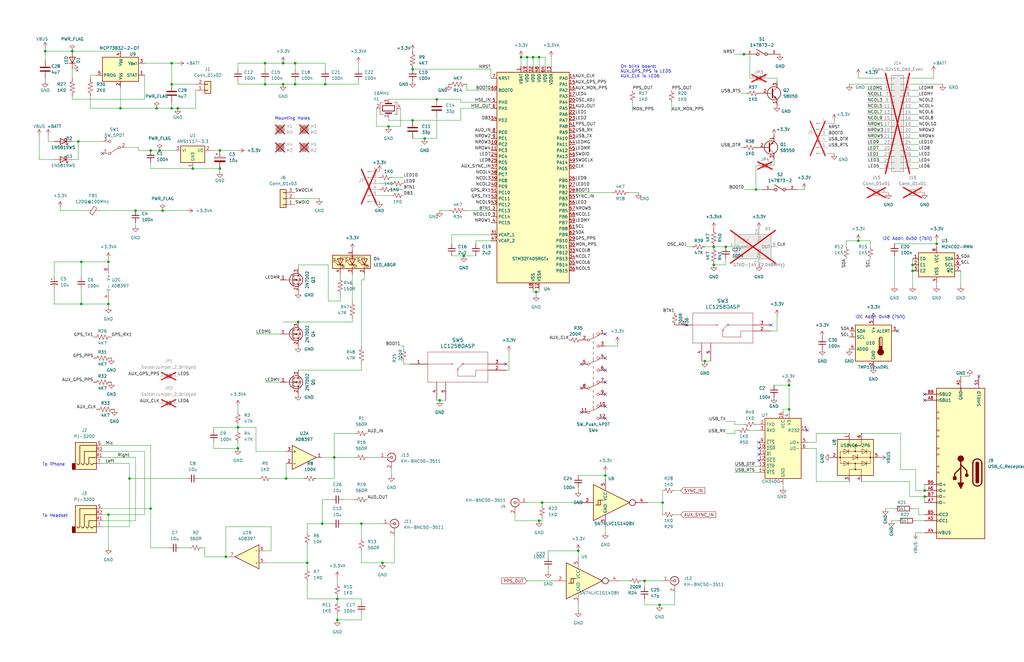
<source format=kicad_sch>
(kicad_sch (version 20230121) (generator eeschema)
  (paper "B")
  (title_block (title "Blink ") (date "2023-12-13") (rev "V9.1") (company "Cullen Jennings"))
  (junction (at 384.81 111.76))
  (junction (at 119.38 26.67))
  (junction (at 30.48 21.59))
  (junction (at 384.81 114.3))
  (junction (at 140.97 193.04))
  (junction (at 72.39 35.56))
  (junction (at 72.39 45.72))
  (junction (at 92.71 71.12))
  (junction (at 389.89 209.55))
  (junction (at 222.25 24.13))
  (junction (at 184.15 41.91))
  (junction (at 19.05 21.59))
  (junction (at 173.99 50.8))
  (junction (at 179.07 58.42))
  (junction (at 361.95 101.6))
  (junction (at 300.99 111.76))
  (junction (at 95.25 234.95))
  (junction (at 100.33 189.23))
  (junction (at 173.99 29.21))
  (junction (at 45.72 128.27))
  (junction (at 111.76 35.56))
  (junction (at 45.72 110.49))
  (junction (at 100.33 180.34))
  (junction (at 318.77 80.01))
  (junction (at 68.58 88.9))
  (junction (at 50.8 45.72))
  (junction (at 163.83 53.34))
  (junction (at 119.38 35.56))
  (junction (at 142.24 261.62))
  (junction (at 111.76 26.67))
  (junction (at 142.24 252.73))
  (junction (at 300.99 104.14))
  (junction (at 255.27 200.66))
  (junction (at 297.18 152.4))
  (junction (at 66.04 45.72))
  (junction (at 124.46 26.67))
  (junction (at 124.46 35.56))
  (junction (at 45.72 217.17))
  (junction (at 120.65 201.93))
  (junction (at 63.5 214.63))
  (junction (at 243.84 232.41))
  (junction (at 135.89 220.98))
  (junction (at 125.73 135.89))
  (junction (at 137.16 35.56))
  (junction (at 92.71 63.5))
  (junction (at 185.42 168.91))
  (junction (at 54.61 201.93))
  (junction (at 279.4 212.09))
  (junction (at 224.79 24.13))
  (junction (at 74.93 45.72))
  (junction (at 72.39 26.67))
  (junction (at 332.74 172.72))
  (junction (at 306.07 104.14))
  (junction (at 161.29 237.49))
  (junction (at 313.69 22.86))
  (junction (at 227.33 24.13))
  (junction (at 129.54 237.49))
  (junction (at 152.4 220.98))
  (junction (at 57.15 88.9))
  (junction (at 33.02 59.69))
  (junction (at 219.71 24.13))
  (junction (at 34.29 128.27))
  (junction (at 389.89 207.01))
  (junction (at 332.74 162.56))
  (junction (at 34.29 110.49))
  (junction (at 195.58 107.95))
  (junction (at 394.97 102.87))
  (junction (at 63.5 63.5))
  (junction (at 226.06 123.19))
  (junction (at 278.13 255.27))
  (junction (at 81.28 71.12))
  (junction (at 227.33 219.71))
  (junction (at 67.31 63.5))
  (junction (at 228.6 212.09))
  (junction (at 271.78 245.11))
  (no_connect (at 340.36 181.61))
  (no_connect (at 389.89 166.37))
  (no_connect (at 389.89 168.91))
  (no_connect (at 255.27 151.13))
  (no_connect (at 245.11 163.83))
  (no_connect (at 255.27 140.97))
  (no_connect (at 412.75 158.75))
  (no_connect (at 320.04 194.31))
  (no_connect (at 255.27 176.53))
  (no_connect (at 255.27 171.45))
  (no_connect (at 378.46 139.7))
  (no_connect (at 255.27 156.21))
  (no_connect (at 320.04 186.69))
  (no_connect (at 213.36 153.67))
  (no_connect (at 255.27 166.37))
  (no_connect (at 43.18 64.77))
  (no_connect (at 245.11 153.67))
  (no_connect (at 245.11 173.99))
  (no_connect (at 320.04 191.77))
  (no_connect (at 320.04 189.23))
  (no_connect (at 255.27 161.29))
  (no_connect (at 325.12 137.16))
  (wire (pts (xy 100.33 26.67) (xy 111.76 26.67)))
  (wire (pts (xy 151.13 26.67) (xy 151.13 29.21)))
  (wire (pts (xy 265.43 81.28) (xy 269.24 81.28)))
  (wire (pts (xy 384.81 53.34) (xy 387.35 53.34)))
  (wire (pts (xy 243.84 200.66) (xy 255.27 200.66)))
  (wire (pts (xy 300.99 104.14) (xy 306.07 104.14)))
  (wire (pts (xy 332.74 172.72) (xy 332.74 173.99)))
  (wire (pts (xy 387.35 71.12) (xy 384.81 71.12)))
  (wire (pts (xy 383.54 203.2) (xy 383.54 209.55)))
  (wire (pts (xy 394.97 102.87) (xy 394.97 104.14)))
  (wire (pts (xy 384.81 66.04) (xy 387.35 66.04)))
  (wire (pts (xy 154.94 193.04) (xy 160.02 193.04)))
  (wire (pts (xy 232.41 24.13) (xy 232.41 27.94)))
  (wire (pts (xy 196.85 35.56) (xy 196.85 38.1)))
  (wire (pts (xy 137.16 26.67) (xy 124.46 26.67)))
  (wire (pts (xy 389.89 209.55) (xy 389.89 212.09)))
  (wire (pts (xy 82.55 45.72) (xy 74.93 45.72)))
  (wire (pts (xy 194.31 45.72) (xy 207.01 45.72)))
  (wire (pts (xy 63.5 231.14) (xy 71.12 231.14)))
  (wire (pts (xy 88.9 63.5) (xy 92.71 63.5)))
  (wire (pts (xy 139.7 220.98) (xy 135.89 220.98)))
  (wire (pts (xy 327.66 139.7) (xy 325.12 139.7)))
  (wire (pts (xy 92.71 71.12) (xy 92.71 72.39)))
  (wire (pts (xy 144.78 210.82) (xy 149.86 210.82)))
  (wire (pts (xy 405.13 114.3) (xy 405.13 120.65)))
  (wire (pts (xy 160.02 77.47) (xy 165.1 77.47)))
  (wire (pts (xy 53.34 62.23) (xy 58.42 62.23)))
  (wire (pts (xy 158.75 53.34) (xy 163.83 53.34)))
  (wire (pts (xy 152.4 252.73) (xy 142.24 252.73)))
  (wire (pts (xy 111.76 26.67) (xy 119.38 26.67)))
  (wire (pts (xy 30.48 41.91) (xy 30.48 40.64)))
  (wire (pts (xy 152.4 220.98) (xy 161.29 220.98)))
  (wire (pts (xy 309.88 181.61) (xy 311.15 181.61)))
  (wire (pts (xy 316.23 33.02) (xy 316.23 22.86)))
  (wire (pts (xy 173.99 29.21) (xy 207.01 29.21)))
  (wire (pts (xy 95.25 234.95) (xy 96.52 234.95)))
  (wire (pts (xy 120.65 195.58) (xy 120.65 201.93)))
  (wire (pts (xy 142.24 252.73) (xy 142.24 254)))
  (wire (pts (xy 43.18 219.71) (xy 57.15 219.71)))
  (wire (pts (xy 152.4 237.49) (xy 161.29 237.49)))
  (wire (pts (xy 309.88 182.88) (xy 309.88 181.61)))
  (wire (pts (xy 30.48 67.31) (xy 33.02 67.31)))
  (wire (pts (xy 92.71 63.5) (xy 100.33 63.5)))
  (wire (pts (xy 137.16 29.21) (xy 137.16 26.67)))
  (wire (pts (xy 222.25 245.11) (xy 233.68 245.11)))
  (wire (pts (xy 320.04 199.39) (xy 309.88 199.39)))
  (wire (pts (xy 114.3 222.25) (xy 114.3 232.41)))
  (wire (pts (xy 243.84 232.41) (xy 243.84 234.95)))
  (wire (pts (xy 60.96 26.67) (xy 72.39 26.67)))
  (wire (pts (xy 22.86 110.49) (xy 34.29 110.49)))
  (wire (pts (xy 19.05 21.59) (xy 19.05 25.4)))
  (wire (pts (xy 19.05 20.32) (xy 19.05 21.59)))
  (wire (pts (xy 129.54 252.73) (xy 142.24 252.73)))
  (wire (pts (xy 372.11 33.02) (xy 361.95 33.02)))
  (wire (pts (xy 144.78 220.98) (xy 152.4 220.98)))
  (wire (pts (xy 384.81 45.72) (xy 387.35 45.72)))
  (wire (pts (xy 34.29 116.84) (xy 34.29 110.49)))
  (wire (pts (xy 107.95 190.5) (xy 107.95 180.34)))
  (wire (pts (xy 100.33 179.07) (xy 100.33 180.34)))
  (wire (pts (xy 271.78 252.73) (xy 271.78 255.27)))
  (wire (pts (xy 284.48 207.01) (xy 287.02 207.01)))
  (wire (pts (xy 185.42 168.91) (xy 187.96 168.91)))
  (wire (pts (xy 125.73 111.76) (xy 125.73 113.03)))
  (wire (pts (xy 377.19 102.87) (xy 394.97 102.87)))
  (wire (pts (xy 163.83 41.91) (xy 184.15 41.91)))
  (wire (pts (xy 327.66 133.35) (xy 327.66 139.7)))
  (wire (pts (xy 383.54 209.55) (xy 389.89 209.55)))
  (wire (pts (xy 295.91 152.4) (xy 297.18 152.4)))
  (wire (pts (xy 152.4 156.21) (xy 125.73 156.21)))
  (wire (pts (xy 194.31 45.72) (xy 194.31 50.8)))
  (wire (pts (xy 165.1 80.01) (xy 170.18 80.01)))
  (wire (pts (xy 344.17 186.69) (xy 340.36 186.69)))
  (wire (pts (xy 72.39 43.18) (xy 72.39 45.72)))
  (wire (pts (xy 100.33 35.56) (xy 111.76 35.56)))
  (wire (pts (xy 166.37 237.49) (xy 161.29 237.49)))
  (wire (pts (xy 261.62 245.11) (xy 265.43 245.11)))
  (wire (pts (xy 283.21 43.18) (xy 283.21 46.99)))
  (wire (pts (xy 207.01 101.6) (xy 200.66 101.6)))
  (wire (pts (xy 66.04 45.72) (xy 72.39 45.72)))
  (wire (pts (xy 194.31 50.8) (xy 173.99 50.8)))
  (wire (pts (xy 148.59 134.62) (xy 148.59 135.89)))
  (wire (pts (xy 306.07 182.88) (xy 309.88 182.88)))
  (wire (pts (xy 190.5 99.06) (xy 207.01 99.06)))
  (wire (pts (xy 57.15 93.98) (xy 57.15 95.25)))
  (wire (pts (xy 107.95 180.34) (xy 100.33 180.34)))
  (wire (pts (xy 365.76 55.88) (xy 372.11 55.88)))
  (wire (pts (xy 226.06 124.46) (xy 226.06 123.19)))
  (wire (pts (xy 20.32 57.15) (xy 20.32 59.69)))
  (wire (pts (xy 184.15 49.53) (xy 184.15 58.42)))
  (wire (pts (xy 227.33 24.13) (xy 229.87 24.13)))
  (wire (pts (xy 336.55 80.01) (xy 339.09 80.01)))
  (wire (pts (xy 45.72 217.17) (xy 60.96 217.17)))
  (wire (pts (xy 41.91 88.9) (xy 57.15 88.9)))
  (wire (pts (xy 332.74 162.56) (xy 332.74 172.72)))
  (wire (pts (xy 158.75 45.72) (xy 158.75 53.34)))
  (wire (pts (xy 384.81 55.88) (xy 387.35 55.88)))
  (wire (pts (xy 361.95 33.02) (xy 361.95 31.75)))
  (wire (pts (xy 227.33 121.92) (xy 227.33 123.19)))
  (wire (pts (xy 351.79 52.07) (xy 351.79 50.8)))
  (wire (pts (xy 365.76 58.42) (xy 372.11 58.42)))
  (wire (pts (xy 260.35 144.78) (xy 260.35 146.05)))
  (wire (pts (xy 54.61 201.93) (xy 78.74 201.93)))
  (wire (pts (xy 284.48 217.17) (xy 287.02 217.17)))
  (wire (pts (xy 33.02 59.69) (xy 43.18 59.69)))
  (wire (pts (xy 90.17 180.34) (xy 100.33 180.34)))
  (wire (pts (xy 111.76 161.29) (xy 118.11 161.29)))
  (wire (pts (xy 50.8 45.72) (xy 66.04 45.72)))
  (wire (pts (xy 125.73 111.76) (xy 138.43 111.76)))
  (wire (pts (xy 231.14 232.41) (xy 243.84 232.41)))
  (wire (pts (xy 148.59 115.57) (xy 148.59 127)))
  (wire (pts (xy 38.1 40.64) (xy 38.1 45.72)))
  (wire (pts (xy 384.81 33.02) (xy 393.7 33.02)))
  (wire (pts (xy 58.42 63.5) (xy 63.5 63.5)))
  (wire (pts (xy 273.05 212.09) (xy 279.4 212.09)))
  (wire (pts (xy 358.14 182.88) (xy 344.17 182.88)))
  (wire (pts (xy 19.05 21.59) (xy 30.48 21.59)))
  (wire (pts (xy 313.69 80.01) (xy 318.77 80.01)))
  (wire (pts (xy 152.4 153.67) (xy 152.4 156.21)))
  (wire (pts (xy 384.81 60.96) (xy 387.35 60.96)))
  (wire (pts (xy 200.66 101.6) (xy 200.66 102.87)))
  (wire (pts (xy 384.81 114.3) (xy 384.81 120.65)))
  (wire (pts (xy 228.6 212.09) (xy 228.6 213.36)))
  (wire (pts (xy 184.15 41.91) (xy 194.31 41.91)))
  (wire (pts (xy 163.83 50.8) (xy 173.99 50.8)))
  (wire (pts (xy 124.46 83.82) (xy 134.62 83.82)))
  (wire (pts (xy 284.48 250.19) (xy 284.48 255.27)))
  (wire (pts (xy 111.76 237.49) (xy 129.54 237.49)))
  (wire (pts (xy 284.48 255.27) (xy 278.13 255.27)))
  (wire (pts (xy 196.85 88.9) (xy 207.01 88.9)))
  (wire (pts (xy 365.76 50.8) (xy 372.11 50.8)))
  (wire (pts (xy 45.72 109.22) (xy 45.72 110.49)))
  (wire (pts (xy 356.87 101.6) (xy 361.95 101.6)))
  (wire (pts (xy 207.01 33.02) (xy 207.01 29.21)))
  (wire (pts (xy 306.07 109.22) (xy 306.07 111.76)))
  (wire (pts (xy 34.29 110.49) (xy 45.72 110.49)))
  (wire (pts (xy 57.15 88.9) (xy 68.58 88.9)))
  (wire (pts (xy 160.02 82.55) (xy 165.1 82.55)))
  (wire (pts (xy 60.96 41.91) (xy 60.96 31.75)))
  (wire (pts (xy 54.61 195.58) (xy 54.61 201.93)))
  (wire (pts (xy 231.14 240.03) (xy 231.14 241.3)))
  (wire (pts (xy 219.71 24.13) (xy 222.25 24.13)))
  (wire (pts (xy 365.76 63.5) (xy 372.11 63.5)))
  (wire (pts (xy 135.89 210.82) (xy 135.89 220.98)))
  (wire (pts (xy 166.37 226.06) (xy 166.37 237.49)))
  (wire (pts (xy 140.97 201.93) (xy 140.97 193.04)))
  (wire (pts (xy 393.7 30.48) (xy 393.7 33.02)))
  (wire (pts (xy 58.42 62.23) (xy 58.42 63.5)))
  (wire (pts (xy 231.14 234.95) (xy 231.14 232.41)))
  (wire (pts (xy 152.4 259.08) (xy 152.4 261.62)))
  (wire (pts (xy 142.24 259.08) (xy 142.24 261.62)))
  (wire (pts (xy 111.76 34.29) (xy 111.76 35.56)))
  (wire (pts (xy 227.33 123.19) (xy 226.06 123.19)))
  (wire (pts (xy 226.06 123.19) (xy 224.79 123.19)))
  (wire (pts (xy 384.81 58.42) (xy 387.35 58.42)))
  (wire (pts (xy 222.25 212.09) (xy 228.6 212.09)))
  (wire (pts (xy 228.6 219.71) (xy 227.33 219.71)))
  (wire (pts (xy 165.1 198.12) (xy 165.1 200.66)))
  (wire (pts (xy 152.4 232.41) (xy 152.4 237.49)))
  (wire (pts (xy 386.08 207.01) (xy 386.08 198.12)))
  (wire (pts (xy 152.4 118.11) (xy 152.4 146.05)))
  (wire (pts (xy 138.43 127) (xy 138.43 111.76)))
  (wire (pts (xy 107.95 190.5) (xy 120.65 190.5)))
  (wire (pts (xy 344.17 203.2) (xy 358.14 203.2)))
  (wire (pts (xy 387.35 214.63) (xy 387.35 217.17)))
  (wire (pts (xy 57.15 219.71) (xy 57.15 193.04)))
  (wire (pts (xy 309.88 177.8) (xy 309.88 179.07)))
  (wire (pts (xy 152.4 220.98) (xy 152.4 227.33)))
  (wire (pts (xy 214.63 156.21) (xy 214.63 148.59)))
  (wire (pts (xy 340.36 189.23) (xy 344.17 189.23)))
  (wire (pts (xy 152.4 261.62) (xy 142.24 261.62)))
  (wire (pts (xy 67.31 63.5) (xy 73.66 63.5)))
  (wire (pts (xy 111.76 35.56) (xy 119.38 35.56)))
  (wire (pts (xy 255.27 222.25) (xy 255.27 224.79)))
  (wire (pts (xy 297.18 152.4) (xy 299.72 152.4)))
  (wire (pts (xy 408.94 158.75) (xy 405.13 158.75)))
  (wire (pts (xy 320.04 196.85) (xy 309.88 196.85)))
  (wire (pts (xy 289.56 104.14) (xy 292.1 104.14)))
  (wire (pts (xy 163.83 53.34) (xy 168.91 53.34)))
  (wire (pts (xy 153.67 118.11) (xy 152.4 118.11)))
  (wire (pts (xy 120.65 201.93) (xy 128.27 201.93)))
  (wire (pts (xy 170.18 146.05) (xy 168.91 146.05)))
  (wire (pts (xy 344.17 189.23) (xy 344.17 203.2)))
  (wire (pts (xy 217.17 217.17) (xy 217.17 219.71)))
  (wire (pts (xy 394.97 101.6) (xy 394.97 102.87)))
  (wire (pts (xy 143.51 127) (xy 138.43 127)))
  (wire (pts (xy 332.74 162.56) (xy 326.39 162.56)))
  (wire (pts (xy 356.87 104.14) (xy 356.87 101.6)))
  (wire (pts (xy 38.1 45.72) (xy 50.8 45.72)))
  (wire (pts (xy 129.54 237.49) (xy 129.54 240.03)))
  (wire (pts (xy 384.81 63.5) (xy 387.35 63.5)))
  (wire (pts (xy 330.2 204.47) (xy 330.2 205.74)))
  (wire (pts (xy 124.46 26.67) (xy 124.46 29.21)))
  (wire (pts (xy 378.46 219.71) (xy 375.92 219.71)))
  (wire (pts (xy 16.51 57.15) (xy 16.51 67.31)))
  (wire (pts (xy 137.16 34.29) (xy 137.16 35.56)))
  (wire (pts (xy 255.27 199.39) (xy 255.27 200.66)))
  (wire (pts (xy 309.88 22.86) (xy 313.69 22.86)))
  (wire (pts (xy 140.97 193.04) (xy 135.89 193.04)))
  (wire (pts (xy 82.55 38.1) (xy 82.55 45.72)))
  (wire (pts (xy 67.31 63.5) (xy 63.5 63.5)))
  (wire (pts (xy 16.51 67.31) (xy 22.86 67.31)))
  (wire (pts (xy 25.4 88.9) (xy 36.83 88.9)))
  (wire (pts (xy 170.18 153.67) (xy 172.72 153.67)))
  (wire (pts (xy 43.18 195.58) (xy 54.61 195.58)))
  (wire (pts (xy 326.39 67.31) (xy 326.39 69.85)))
  (wire (pts (xy 255.27 200.66) (xy 255.27 201.93)))
  (wire (pts (xy 370.84 71.12) (xy 372.11 71.12)))
  (wire (pts (xy 95.25 222.25) (xy 95.25 234.95)))
  (wire (pts (xy 76.2 231.14) (xy 80.01 231.14)))
  (wire (pts (xy 19.05 33.02) (xy 19.05 34.29)))
  (wire (pts (xy 358.14 35.56) (xy 372.11 35.56)))
  (wire (pts (xy 139.7 210.82) (xy 135.89 210.82)))
  (wire (pts (xy 148.59 135.89) (xy 125.73 135.89)))
  (wire (pts (xy 279.4 212.09) (xy 279.4 217.17)))
  (wire (pts (xy 224.79 123.19) (xy 224.79 121.92)))
  (wire (pts (xy 151.13 34.29) (xy 151.13 35.56)))
  (wire (pts (xy 384.81 214.63) (xy 387.35 214.63)))
  (wire (pts (xy 72.39 26.67) (xy 72.39 35.56)))
  (wire (pts (xy 318.77 69.85) (xy 318.77 80.01)))
  (wire (pts (xy 228.6 212.09) (xy 245.11 212.09)))
  (wire (pts (xy 22.86 116.84) (xy 22.86 110.49)))
  (wire (pts (xy 34.29 121.92) (xy 34.29 128.27)))
  (wire (pts (xy 111.76 26.67) (xy 111.76 29.21)))
  (wire (pts (xy 100.33 171.45) (xy 100.33 173.99)))
  (wire (pts (xy 63.5 187.96) (xy 43.18 187.96)))
  (wire (pts (xy 45.72 127) (xy 45.72 128.27)))
  (wire (pts (xy 367.03 101.6) (xy 361.95 101.6)))
  (wire (pts (xy 373.38 214.63) (xy 377.19 214.63)))
  (wire (pts (xy 90.17 186.69) (xy 90.17 189.23)))
  (wire (pts (xy 165.1 74.93) (xy 170.18 74.93)))
  (wire (pts (xy 30.48 59.69) (xy 33.02 59.69)))
  (wire (pts (xy 227.33 219.71) (xy 217.17 219.71)))
  (wire (pts (xy 297.18 104.14) (xy 300.99 104.14)))
  (wire (pts (xy 68.58 88.9) (xy 78.74 88.9)))
  (wire (pts (xy 189.23 88.9) (xy 185.42 88.9)))
  (wire (pts (xy 100.33 180.34) (xy 100.33 181.61)))
  (wire (pts (xy 22.86 121.92) (xy 22.86 128.27)))
  (wire (pts (xy 384.81 48.26) (xy 387.35 48.26)))
  (wire (pts (xy 313.69 22.86) (xy 316.23 22.86)))
  (wire (pts (xy 54.61 222.25) (xy 43.18 222.25)))
  (wire (pts (xy 384.81 111.76) (xy 384.81 114.3)))
  (wire (pts (xy 63.5 68.58) (xy 63.5 71.12)))
  (wire (pts (xy 196.85 38.1) (xy 207.01 38.1)))
  (wire (pts (xy 30.48 29.21) (xy 30.48 33.02)))
  (wire (pts (xy 243.84 255.27) (xy 243.84 257.81)))
  (wire (pts (xy 119.38 135.89) (xy 125.73 135.89)))
  (wire (pts (xy 222.25 24.13) (xy 222.25 27.94)))
  (wire (pts (xy 323.85 33.02) (xy 327.66 33.02)))
  (wire (pts (xy 316.23 181.61) (xy 320.04 181.61)))
  (wire (pts (xy 194.31 43.18) (xy 207.01 43.18)))
  (wire (pts (xy 129.54 229.87) (xy 129.54 237.49)))
  (wire (pts (xy 30.48 41.91) (xy 60.96 41.91)))
  (wire (pts (xy 90.17 181.61) (xy 90.17 180.34)))
  (wire (pts (xy 86.36 234.95) (xy 86.36 231.14)))
  (wire (pts (xy 312.42 39.37) (xy 314.96 39.37)))
  (wire (pts (xy 50.8 45.72) (xy 50.8 36.83)))
  (wire (pts (xy 114.3 201.93) (xy 120.65 201.93)))
  (wire (pts (xy 86.36 234.95) (xy 95.25 234.95)))
  (wire (pts (xy 377.19 107.95) (xy 377.19 120.65)))
  (wire (pts (xy 389.89 204.47) (xy 389.89 207.01)))
  (wire (pts (xy 365.76 38.1) (xy 372.11 38.1)))
  (wire (pts (xy 386.08 219.71) (xy 389.89 219.71)))
  (wire (pts (xy 271.78 245.11) (xy 271.78 247.65)))
  (wire (pts (xy 394.97 119.38) (xy 394.97 120.65)))
  (wire (pts (xy 114.3 222.25) (xy 95.25 222.25)))
  (wire (pts (xy 81.28 71.12) (xy 92.71 71.12)))
  (wire (pts (xy 45.72 217.17) (xy 45.72 231.14)))
  (wire (pts (xy 133.35 201.93) (xy 140.97 201.93)))
  (wire (pts (xy 190.5 107.95) (xy 195.58 107.95)))
  (wire (pts (xy 365.76 48.26) (xy 372.11 48.26)))
  (wire (pts (xy 365.76 66.04) (xy 372.11 66.04)))
  (wire (pts (xy 173.99 58.42) (xy 179.07 58.42)))
  (wire (pts (xy 43.18 217.17) (xy 45.72 217.17)))
  (wire (pts (xy 243.84 205.74) (xy 243.84 207.01)))
  (wire (pts (xy 170.18 147.32) (xy 170.18 146.05)))
  (wire (pts (xy 370.84 68.58) (xy 372.11 68.58)))
  (wire (pts (xy 365.76 53.34) (xy 372.11 53.34)))
  (wire (pts (xy 349.25 64.77) (xy 351.79 64.77)))
  (wire (pts (xy 74.93 45.72) (xy 72.39 45.72)))
  (wire (pts (xy 163.83 49.53) (xy 163.83 50.8)))
  (wire (pts (xy 170.18 152.4) (xy 170.18 153.67)))
  (wire (pts (xy 20.32 59.69) (xy 22.86 59.69)))
  (wire (pts (xy 363.22 182.88) (xy 379.73 182.88)))
  (wire (pts (xy 227.33 24.13) (xy 227.33 27.94)))
  (wire (pts (xy 72.39 26.67) (xy 74.93 26.67)))
  (wire (pts (xy 129.54 245.11) (xy 129.54 252.73)))
  (wire (pts (xy 279.4 207.01) (xy 279.4 212.09)))
  (wire (pts (xy 384.81 50.8) (xy 387.35 50.8)))
  (wire (pts (xy 255.27 146.05) (xy 260.35 146.05)))
  (wire (pts (xy 85.09 231.14) (xy 86.36 231.14)))
  (wire (pts (xy 306.07 177.8) (xy 309.88 177.8)))
  (wire (pts (xy 22.86 128.27) (xy 34.29 128.27)))
  (wire (pts (xy 153.67 115.57) (xy 153.67 118.11)))
  (wire (pts (xy 318.77 80.01) (xy 321.31 80.01)))
  (wire (pts (xy 149.86 182.88) (xy 140.97 182.88)))
  (wire (pts (xy 152.4 254) (xy 152.4 252.73)))
  (wire (pts (xy 312.42 62.23) (xy 313.69 62.23)))
  (wire (pts (xy 111.76 232.41) (xy 114.3 232.41)))
  (wire (pts (xy 306.07 104.14) (xy 307.34 104.14)))
  (wire (pts (xy 242.57 81.28) (xy 257.81 81.28)))
  (wire (pts (xy 349.25 52.07) (xy 351.79 52.07)))
  (wire (pts (xy 30.48 21.59) (xy 50.8 21.59)))
  (wire (pts (xy 266.7 43.18) (xy 266.7 46.99)))
  (wire (pts (xy 384.81 35.56) (xy 397.51 35.56)))
  (wire (pts (xy 43.18 190.5) (xy 60.96 190.5)))
  (wire (pts (xy 195.58 107.95) (xy 200.66 107.95)))
  (wire (pts (xy 306.07 111.76) (xy 300.99 111.76)))
  (wire (pts (xy 119.38 35.56) (xy 124.46 35.56)))
  (wire (pts (xy 384.81 43.18) (xy 387.35 43.18)))
  (wire (pts (xy 40.64 31.75) (xy 38.1 31.75)))
  (wire (pts (xy 384.81 38.1) (xy 387.35 38.1)))
  (wire (pts (xy 63.5 214.63) (xy 63.5 231.14)))
  (wire (pts (xy 82.55 35.56) (xy 72.39 35.56)))
  (wire (pts (xy 143.51 124.46) (xy 143.51 127)))
  (wire (pts (xy 389.89 207.01) (xy 386.08 207.01)))
  (wire (pts (xy 278.13 255.27) (xy 271.78 255.27)))
  (wire (pts (xy 386.08 224.79) (xy 389.89 224.79)))
  (wire (pts (xy 100.33 186.69) (xy 100.33 189.23)))
  (wire (pts (xy 124.46 26.67) (xy 119.38 26.67)))
  (wire (pts (xy 135.89 220.98) (xy 129.54 220.98)))
  (wire (pts (xy 219.71 24.13) (xy 219.71 27.94)))
  (wire (pts (xy 386.08 198.12) (xy 379.73 198.12)))
  (wire (pts (xy 222.25 24.13) (xy 224.79 24.13)))
  (wire (pts (xy 63.5 214.63) (xy 63.5 187.96)))
  (wire (pts (xy 365.76 40.64) (xy 372.11 40.64)))
  (wire (pts (xy 129.54 220.98) (xy 129.54 224.79)))
  (wire (pts (xy 228.6 218.44) (xy 228.6 219.71)))
  (wire (pts (xy 33.02 59.69) (xy 33.02 67.31)))
  (wire (pts (xy 213.36 156.21) (xy 214.63 156.21)))
  (wire (pts (xy 60.96 217.17) (xy 60.96 190.5)))
  (wire (pts (xy 344.17 182.88) (xy 344.17 186.69)))
  (wire (pts (xy 194.31 41.91) (xy 194.31 43.18)))
  (wire (pts (xy 367.03 104.14) (xy 367.03 101.6)))
  (wire (pts (xy 184.15 168.91) (xy 185.42 168.91)))
  (wire (pts (xy 168.91 45.72) (xy 168.91 53.34)))
  (wire (pts (xy 365.76 43.18) (xy 372.11 43.18)))
  (wire (pts (xy 327.66 33.02) (xy 327.66 34.29)))
  (wire (pts (xy 142.24 243.84) (xy 142.24 246.38)))
  (wire (pts (xy 45.72 128.27) (xy 45.72 129.54)))
  (wire (pts (xy 142.24 251.46) (xy 142.24 252.73)))
  (wire (pts (xy 90.17 189.23) (xy 100.33 189.23)))
  (wire (pts (xy 43.18 193.04) (xy 57.15 193.04)))
  (wire (pts (xy 309.88 179.07) (xy 313.69 179.07)))
  (wire (pts (xy 363.22 203.2) (xy 383.54 203.2)))
  (wire (pts (xy 100.33 29.21) (xy 100.33 26.67)))
  (wire (pts (xy 384.81 40.64) (xy 387.35 40.64)))
  (wire (pts (xy 384.81 109.22) (xy 384.81 111.76)))
  (wire (pts (xy 54.61 201.93) (xy 54.61 222.25)))
  (wire (pts (xy 332.74 172.72) (xy 330.2 172.72)))
  (wire (pts (xy 365.76 60.96) (xy 372.11 60.96)))
  (wire (pts (xy 140.97 182.88) (xy 140.97 193.04)))
  (wire (pts (xy 271.78 245.11) (xy 279.4 245.11)))
  (wire (pts (xy 83.82 201.93) (xy 109.22 201.93)))
  (wire (pts (xy 143.51 115.57) (xy 143.51 116.84)))
  (wire (pts (xy 270.51 245.11) (xy 271.78 245.11)))
  (wire (pts (xy 34.29 128.27) (xy 45.72 128.27)))
  (wire (pts (xy 140.97 193.04) (xy 149.86 193.04)))
  (wire (pts (xy 107.95 140.97) (xy 118.11 140.97)))
  (wire (pts (xy 38.1 31.75) (xy 38.1 33.02)))
  (wire (pts (xy 330.2 172.72) (xy 330.2 173.99)))
  (wire (pts (xy 100.33 34.29) (xy 100.33 35.56)))
  (wire (pts (xy 224.79 24.13) (xy 224.79 27.94)))
  (wire (pts (xy 25.4 87.63) (xy 25.4 88.9)))
  (wire (pts (xy 379.73 182.88) (xy 379.73 198.12)))
  (wire (pts (xy 45.72 110.49) (xy 45.72 111.76)))
  (wire (pts (xy 387.35 217.17) (xy 389.89 217.17)))
  (wire (pts (xy 384.81 68.58) (xy 387.35 68.58)))
  (wire (pts (xy 365.76 45.72) (xy 372.11 45.72)))
  (wire (pts (xy 190.5 102.87) (xy 190.5 99.06)))
  (wire (pts (xy 318.77 179.07) (xy 320.04 179.07)))
  (wire (pts (xy 63.5 71.12) (xy 81.28 71.12)))
  (wire (pts (xy 224.79 24.13) (xy 227.33 24.13)))
  (wire (pts (xy 43.18 214.63) (xy 63.5 214.63)))
  (wire (pts (xy 124.46 34.29) (xy 124.46 35.56)))
  (wire (pts (xy 229.87 27.94) (xy 229.87 24.13)))
  (wire (pts (xy 124.46 35.56) (xy 137.16 35.56)))
  (wire (pts (xy 184.15 58.42) (xy 179.07 58.42)))
  (wire (pts (xy 137.16 35.56) (xy 151.13 35.56)))
  (text "I2C Addr: 0x48 (7bit)" (at 360.68 134.62 0) (effects (font (size 1.27 1.27)) (justify left bottom)))
  (text "To iPhone" (at 17.78 196.85 0) (effects (font (size 1.27 1.27)) (justify left bottom)))
  (text "To Headset " (at 17.78 218.44 0) (effects (font (size 1.27 1.27)) (justify left bottom)))
  (text "I2C Addr: 0x50 (7bit)" (at 372.11 101.6 0) (effects (font (size 1.27 1.27)) (justify left bottom)))
  (text "Mounting Holes" (at 130.81 50.8 0) (effects (font (size 1.27 1.27)) (justify right bottom)))
  (text "On blink board:\nAUX_GPS_PPS is LED5 \nAUX_CLK is LED6 \n" (at 261.62 33.02 0) (effects (font (size 1.27 1.27)) (justify left bottom)))
  (label "AUX_GPS_PPS" (at 242.57 35.56 0))
  (label "USB_DTR" (at 349.25 59.69 0))
  (label "BTN1" (at 284.48 132.08 180))
  (label "LED2" (at 387.35 66.04 0))
  (label "SYNC_IN" (at 242.57 83.82 0))
  (label "NCOL7" (at 242.57 109.22 0))
  (label "LED10" (at 170.18 74.93 0))
  (label "USB_TX" (at 306.07 177.8 180))
  (label "AUX_MON_PPS" (at 242.57 38.1 0))
  (label "NCOL8" (at 387.35 50.8 0))
  (label "CLK" (at 327.66 104.14 0))
  (label "SDA" (at 356.87 109.22 270))
  (label "LED6" (at 387.35 71.12 0))
  (label "SDA" (at 242.57 99.06 0))
  (label "NCOL9" (at 365.76 50.8 0))
  (label "GPS_PPS" (at 242.57 101.6 0))
  (label "LED8" (at 387.35 63.5 0))
  (label "LED9" (at 242.57 76.2 0))
  (label "USB_RX" (at 242.57 55.88 0))
  (label "DB3" (at 207.01 50.8 180))
  (label "BOOT1" (at 242.57 81.28 0))
  (label "AUX_SYNC_IN" (at 207.01 71.12 180))
  (label "LEDMG" (at 365.76 38.1 0))
  (label "NROW1" (at 207.01 93.98 180))
  (label "LEDMR" (at 387.35 38.1 0))
  (label "USB_RTS" (at 312.42 39.37 180))
  (label "NCOL1" (at 365.76 40.64 0))
  (label "NCOL4" (at 387.35 45.72 0))
  (label "AUX_CLK" (at 67.31 170.18 180))
  (label "LED7" (at 365.76 63.5 0))
  (label "GPS_RX1" (at 207.01 81.28 180))
  (label "USB_RTS" (at 309.88 199.39 0))
  (label "NCOL10" (at 207.01 91.44 180))
  (label "AUD_IN" (at 154.94 182.88 0))
  (label "AUX_CLK" (at 240.03 143.51 180))
  (label "BTN1" (at 170.18 80.01 0))
  (label "NROW2" (at 207.01 58.42 180))
  (label "HSE_IN" (at 207.01 43.18 180))
  (label "LED3" (at 370.84 68.58 180))
  (label "USB_TX" (at 242.57 58.42 0))
  (label "NROW5" (at 365.76 58.42 0))
  (label "LEDMR" (at 242.57 63.5 0))
  (label "GPS_RX1" (at 46.99 142.24 0))
  (label "USB_DTR" (at 312.42 62.23 180))
  (label "NROW3" (at 365.76 55.88 0))
  (label "LED10" (at 387.35 60.96 0))
  (label "NCOL7" (at 365.76 48.26 0))
  (label "AUX_GPS_PPS" (at 39.37 161.29 180))
  (label "NCOL3" (at 365.76 43.18 0))
  (label "SWDCLK" (at 124.46 81.28 0))
  (label "NCOL6" (at 242.57 111.76 0))
  (label "AUX_CLK" (at 242.57 33.02 0))
  (label "AUX_CLK" (at 40.64 172.72 180))
  (label "NCOL2" (at 387.35 43.18 0))
  (label "NCOL5" (at 242.57 114.3 0))
  (label "AUX_GPS_PPS" (at 67.31 158.75 180))
  (label "USB_RX" (at 306.07 182.88 180))
  (label "SCL" (at 405.13 111.76 0))
  (label "BOOT1" (at 168.91 146.05 180))
  (label "NRST" (at 201.93 29.21 0))
  (label "SDA" (at 405.13 109.22 0))
  (label "SCL" (at 367.03 109.22 270))
  (label "LED9" (at 170.18 77.47 0))
  (label "NROW1" (at 365.76 53.34 0))
  (label "USB_DTR" (at 309.88 196.85 0))
  (label "LED5" (at 74.93 158.75 0))
  (label "LEDMG" (at 242.57 60.96 0))
  (label "NCOL9" (at 207.01 86.36 180))
  (label "BOOT0" (at 349.25 57.15 0))
  (label "SWDCLK" (at 242.57 68.58 0))
  (label "PPS_OUT" (at 266.7 38.1 0))
  (label "NRST" (at 349.25 54.61 0))
  (label "MON_PPS" (at 242.57 104.14 0))
  (label "LED9" (at 365.76 60.96 0))
  (label "NROW4" (at 387.35 58.42 0))
  (label "LEDMY" (at 387.35 40.64 0))
  (label "LED5" (at 370.84 71.12 180))
  (label "NCOL4" (at 207.01 73.66 180))
  (label "NRST" (at 309.88 22.86 180))
  (label "NROW4" (at 207.01 63.5 180))
  (label "CLK" (at 242.57 71.12 0))
  (label "SWDIO" (at 242.57 66.04 0))
  (label "NCOL2" (at 207.01 78.74 180))
  (label "Right" (at 49.53 193.04 0))
  (label "AUD_OUT" (at 154.94 210.82 0))
  (label "GPS_PPS" (at 39.37 151.13 180))
  (label "NCOL10" (at 387.35 53.34 0))
  (label "GPS_TX1" (at 207.01 83.82 180))
  (label "PPS_OUT" (at 283.21 38.1 0))
  (label "PPS_OUT" (at 242.57 53.34 0))
  (label "LED1" (at 242.57 48.26 0))
  (label "LEDMR" (at 118.11 118.11 180))
  (label "LED4" (at 387.35 68.58 0))
  (label "NCOL5" (at 365.76 45.72 0))
  (label "LED4" (at 242.57 40.64 0))
  (label "GPS_TX1" (at 39.37 142.24 180))
  (label "NROW2" (at 387.35 55.88 0))
  (label "NCOL6" (at 387.35 48.26 0))
  (label "OSC_ADJ" (at 289.56 104.14 180))
  (label "BOOT0" (at 313.69 80.01 180))
  (label "DB3" (at 170.18 82.55 0))
  (label "LED8" (at 207.01 68.58 180))
  (label "LED1" (at 365.76 66.04 0))
  (label "BTN1" (at 207.01 88.9 180))
  (label "NCOL8" (at 242.57 106.68 0))
  (label "SCL" (at 358.14 142.24 180))
  (label "MON_PPS" (at 266.7 46.99 0))
  (label "AUX_MON_PPS" (at 283.21 46.99 0))
  (label "LED3" (at 242.57 86.36 0))
  (label "AUD_IN" (at 207.01 55.88 180))
  (label "USB_RTS" (at 349.25 62.23 0))
  (label "SCL" (at 242.57 96.52 0))
  (label "BOOT0" (at 200.66 38.1 0))
  (label "NCOL1" (at 242.57 91.44 0))
  (label "Left" (at 44.45 195.58 0))
  (label "HSE_OUT" (at 207.01 45.72 180))
  (label "LEDMY" (at 242.57 93.98 0))
  (label "LED6" (at 74.93 170.18 0))
  (label "LED10" (at 242.57 78.74 0))
  (label "NCOL3" (at 207.01 76.2 180))
  (label "NROW3" (at 207.01 60.96 180))
  (label "LEDMG" (at 107.95 140.97 0))
  (label "OSC_ADJ" (at 242.57 43.18 0))
  (label "LED2" (at 242.57 50.8 0))
  (label "NROW5" (at 242.57 88.9 0))
  (label "AUD_OUT" (at 242.57 45.72 0))
  (label "Mic" (at 44.45 187.96 0))
  (label "LED7" (at 207.01 66.04 180))
  (label "LEDMY" (at 111.76 161.29 0))
  (label "SWDIO" (at 124.46 86.36 0))
  (label "SDA" (at 358.14 139.7 180))
  (global_label "AUX_SYNC_IN" (shape input) (at 287.02 217.17 0) (property "Intersheetrefs" "${INTERSHEET_REFS}" (effects hide)))
  (global_label "SYNC_IN" (shape input) (at 287.02 207.01 0) (property "Intersheetrefs" "${INTERSHEET_REFS}" (effects hide)))
  (global_label "PPS_OUT" (shape input) (at 222.25 245.11 180) (property "Intersheetrefs" "${INTERSHEET_REFS}" (effects hide)))
  (symbol (lib_id "power:+3.3V") (at 332.74 162.56 0) (mirror y) (unit 1)
    (property "Reference" "#PWR054" (effects hide))
    (property "Value" "+3.3V" (at 335.28 158.75 0) (effects (justify left)))
  )
  (symbol (lib_id "power:GND") (at 173.99 34.29 0) (unit 1)
    (property "Reference" "#PWR030" (effects hide))
    (property "Value" "GND" (at 170.18 35.56 0))
  )
  (symbol (lib_id "Device:R_US") (at 173.99 25.4 0) (unit 1)
    (property "Reference" "R9" (at 176.53 24.13 0) (effects (justify left)))
    (property "Value" "4K7" (at 176.53 26.67 0) (effects (justify left)))
    (property "Footprint" "Resistor_SMD:R_0603_1608Metric" (effects hide))
    (property "JLCPCB Part #" "C23162" (effects hide))
  )
  (symbol (lib_id "Device:C") (at 19.05 29.21 0) (unit 1)
    (property "Reference" "C28" (at 21.59 27.94 0) (effects (justify left)))
    (property "Value" "4u7" (at 21.59 30.48 0) (effects (justify left)))
    (property "Footprint" "Capacitor_SMD:C_0603_1608Metric" (effects hide))
    (property "JLCPCB Part #" "C19666" (effects hide))
  )
  (symbol (lib_id "Connector_Generic:Conn_01x01") (at 369.57 81.28 180) (unit 1) (in_bom no) (dnp yes)
    (property "Reference" "J15" (at 369.57 74.93 0))
    (property "Value" "Conn_01x01" (at 369.57 77.47 0))
    (property "Footprint" "Connector_PinSocket_2.54mm:PinSocket_1x01_P2.54mm_Vertical" (effects hide))
  )
  (symbol (lib_id "power:+BATT") (at 393.7 30.48 0) (unit 1)
    (property "Reference" "#PWR03" (effects hide))
    (property "Value" "+BATT" (at 396.24 26.67 0))
  )
  (symbol (lib_id "power:GND") (at 100.33 189.23 0) (unit 1)
    (property "Reference" "#PWR021" (effects hide))
    (property "Value" "GND" (at 100.33 194.31 0))
  )
  (symbol (lib_id "Device:R_Small_US") (at 317.5 39.37 270) (unit 1)
    (property "Reference" "R37" (at 317.5 36.83 90))
    (property "Value" "1K0" (at 317.5 41.91 90))
    (property "Footprint" "Resistor_SMD:R_0603_1608Metric" (effects hide))
    (property "JLCPCB Part #" "C21190" (effects hide))
  )
  (symbol (lib_id "power:GND") (at 300.99 111.76 0) (unit 1)
    (property "Reference" "#PWR085" (effects hide))
    (property "Value" "GND" (at 300.99 116.84 0))
  )
  (symbol (lib_id "power:+3.3V") (at 148.59 105.41 0) (unit 1)
    (property "Reference" "#PWR094" (effects hide))
    (property "Value" "+3.3V" (at 148.59 100.33 0))
  )
  (symbol (lib_id "Device:C_Small") (at 231.14 237.49 0) (unit 1)
    (property "Reference" "C23" (at 226.06 233.68 0) (effects (justify left)))
    (property "Value" "100n" (at 224.79 234.95 0) (effects (justify left)))
    (property "Footprint" "Capacitor_SMD:C_0402_1005Metric" (effects hide))
    (property "JLCPCB Part #" "C307331" (effects hide))
  )
  (symbol (lib_id "power:GND") (at 142.24 261.62 0) (mirror y) (unit 1)
    (property "Reference" "#PWR033" (effects hide))
    (property "Value" "GND" (at 142.24 266.7 0))
  )
  (symbol (lib_id "Device:R_US") (at 43.18 142.24 90) (unit 1)
    (property "Reference" "R26" (at 43.18 139.7 90))
    (property "Value" "4K7" (at 43.18 144.78 90))
    (property "Footprint" "Resistor_SMD:R_0603_1608Metric" (effects hide))
    (property "JLCPCB Part #" "C23162" (effects hide))
  )
  (symbol (lib_id "Device:C_Small") (at 152.4 256.54 0) (mirror x) (unit 1)
    (property "Reference" "C17" (at 149.86 255.2636 0) (effects (justify right)))
    (property "Value" "100n" (at 149.86 257.8036 0) (effects (justify right)))
    (property "Footprint" "Capacitor_SMD:C_0603_1608Metric" (effects hide))
    (property "JLCPCB Part #" "C14663" (effects hide))
  )
  (symbol (lib_id "Device:R_Small_US") (at 294.64 104.14 270) (unit 1)
    (property "Reference" "R39" (at 294.64 101.6 90))
    (property "Value" "47K" (at 294.64 106.68 90))
    (property "Footprint" "Resistor_SMD:R_0603_1608Metric" (effects hide))
    (property "JLCPCB Part #" "C25819" (effects hide))
  )
  (symbol (lib_id "Device:R_Small_US") (at 162.56 74.93 270) (unit 1)
    (property "Reference" "R42" (effects hide))
    (property "Value" "1K0" (at 163.83 72.39 90))
    (property "Footprint" "Resistor_SMD:R_0603_1608Metric" (effects hide))
    (property "JLCPCB Part #" "C21190" (effects hide))
  )
  (symbol (lib_id "power:+3.3V") (at 361.95 31.75 0) (unit 1)
    (property "Reference" "#PWR058" (effects hide))
    (property "Value" "+3.3V" (at 364.49 30.48 0) (effects (justify left)))
  )
  (symbol (lib_id "Mechanical:MountingHole") (at 128.27 54.61 0) (unit 1) (in_bom no) (dnp yes)
    (property "Reference" "H3" (at 130.81 53.34 0) (effects (justify left)))
    (property "Value" "M2" (at 130.81 55.88 0) (effects (justify left)))
    (property "Footprint" "MountingHole:MountingHole_2.2mm_M2" (effects hide))
  )
  (symbol (lib_id "Device:R_Small_US") (at 142.24 256.54 0) (mirror y) (unit 1)
    (property "Reference" "R11" (at 139.7 255.27 0) (effects (justify left)))
    (property "Value" "1K0" (at 139.7 257.81 0) (effects (justify left)))
    (property "Footprint" "Resistor_SMD:R_0603_1608Metric" (effects hide))
    (property "JLCPCB Part #" "C21190" (effects hide))
  )
  (symbol (lib_id "Device:C_Small") (at 306.07 106.68 0) (unit 1)
    (property "Reference" "C27" (at 308.61 105.4163 0) (effects (justify left)))
    (property "Value" "100n" (at 308.61 107.9563 0) (effects (justify left)))
    (property "Footprint" "Capacitor_SMD:C_0603_1608Metric" (effects hide))
    (property "JLCPCB Part #" "C14663" (effects hide))
  )
  (symbol (lib_id "power:GND") (at 405.13 120.65 0) (unit 1)
    (property "Reference" "#PWR049" (effects hide))
    (property "Value" "GND" (at 405.13 125.73 0))
  )
  (symbol (lib_id "Device:R_Small_US") (at 162.56 80.01 270) (unit 1)
    (property "Reference" "R44" (effects hide))
    (property "Value" "1K0" (at 166.37 80.01 90))
    (property "Footprint" "Resistor_SMD:R_0603_1608Metric" (effects hide))
    (property "JLCPCB Part #" "C21190" (effects hide))
  )
  (symbol (lib_id "power:GND") (at 226.06 124.46 0) (unit 1)
    (property "Reference" "#PWR046" (effects hide))
    (property "Value" "GND" (at 226.06 129.54 0))
  )
  (symbol (lib_id "Device:R_Small_US") (at 152.4 182.88 270) (unit 1)
    (property "Reference" "R1" (at 152.4 176.53 90))
    (property "Value" "560R" (at 152.4 179.07 90))
    (property "Footprint" "Resistor_SMD:R_0603_1608Metric" (effects hide))
    (property "JLCPCB Part #" "C23204" (effects hide))
  )
  (symbol (lib_id "power:VBUS") (at 370.84 193.04 270) (unit 1)
    (property "Reference" "#PWR056" (effects hide))
    (property "Value" "VBUS" (at 374.65 193.04 0))
  )
  (symbol (lib_id "power:GND") (at 125.73 146.05 0) (unit 1)
    (property "Reference" "#PWR092" (effects hide))
    (property "Value" "GND" (at 128.27 147.32 0) (effects (justify left)))
  )
  (symbol (lib_id "Sensor_Temperature:TMP102xxDRL") (at 368.3 144.78 0) (unit 1)
    (property "Reference" "U10" (at 367.03 144.78 0))
    (property "Value" "TMP102xxDRL" (at 368.3 154.94 0))
    (property "Footprint" "Package_TO_SOT_SMD:SOT-563" (effects hide))
    (property "Datasheet" "https://www.ti.com/lit/ds/symlink/tmp102.pdf" (effects hide))
    (property "JLCPCB Part #" "C99269" (effects hide))
  )
  (symbol (lib_id "power:GND") (at 163.83 53.34 0) (unit 1)
    (property "Reference" "#PWR028" (effects hide))
    (property "Value" "GND" (at 163.83 58.42 0))
  )
  (symbol (lib_id "power:GND") (at 125.73 166.37 0) (unit 1)
    (property "Reference" "#PWR093" (effects hide))
    (property "Value" "GND" (at 128.27 167.64 0) (effects (justify left)))
  )
  (symbol (lib_id "power:GND") (at 374.65 81.28 0) (unit 1)
    (property "Reference" "#PWR082" (effects hide))
    (property "Value" "GND" (at 374.65 86.36 0))
  )
  (symbol (lib_id "power:+3.3V") (at 173.99 21.59 0) (unit 1)
    (property "Reference" "#PWR029" (effects hide))
    (property "Value" "+3.3V" (at 170.18 20.32 0))
  )
  (symbol (lib_id "power:GND") (at 397.51 35.56 0) (unit 1)
    (property "Reference" "#PWR060" (effects hide))
    (property "Value" "GND" (at 400.05 36.83 0) (effects (justify left)))
  )
  (symbol (lib_id "Device:C_Small") (at 190.5 105.41 180) (unit 1)
    (property "Reference" "C16" (at 193.04 104.1336 0) (effects (justify right)))
    (property "Value" "2u2" (at 193.04 106.6736 0) (effects (justify right)))
    (property "Footprint" "Capacitor_SMD:C_0603_1608Metric" (effects hide))
    (property "JLCPCB Part #" "C23630" (effects hide))
  )
  (symbol (lib_id "power:+3.3V") (at 361.95 101.6 0) (unit 1)
    (property "Reference" "#PWR035" (effects hide))
    (property "Value" "+3.3V" (at 361.95 96.52 0))
  )
  (symbol (lib_id "power:+3.3VA") (at 45.72 109.22 0) (unit 1)
    (property "Reference" "#PWR012" (effects hide))
    (property "Value" "+3.3VA" (at 45.72 104.14 0))
  )
  (symbol (lib_id "power:GND") (at 161.29 237.49 0) (unit 1)
    (property "Reference" "#PWR039" (effects hide))
    (property "Value" "GND" (at 161.29 242.57 0))
  )
  (symbol (lib_id "Device:C_Small") (at 326.39 165.1 0) (unit 1)
    (property "Reference" "C2" (at 320.04 163.83 0) (effects (justify left)))
    (property "Value" "100n" (at 320.04 167.64 0) (effects (justify left)))
    (property "Footprint" "Capacitor_SMD:C_0402_1005Metric" (effects hide))
    (property "JLCPCB Part #" "C307331" (effects hide))
  )
  (symbol (lib_id "Device:R_Small_US") (at 167.64 82.55 270) (unit 1)
    (property "Reference" "R45" (effects hide))
    (property "Value" "1K0" (at 167.64 85.09 90))
    (property "Footprint" "Resistor_SMD:R_0603_1608Metric" (effects hide))
    (property "JLCPCB Part #" "C21190" (effects hide))
  )
  (symbol (lib_id "Device:C_Small") (at 200.66 105.41 180) (unit 1)
    (property "Reference" "C19" (at 203.2 104.1336 0) (effects (justify right)))
    (property "Value" "2u2" (at 203.2 106.6736 0) (effects (justify right)))
    (property "Footprint" "Capacitor_SMD:C_0603_1608Metric" (effects hide))
    (property "JLCPCB Part #" "C23630" (effects hide))
  )
  (symbol (lib_id "power:+3.3V") (at 25.4 87.63 0) (unit 1)
    (property "Reference" "#PWR02" (effects hide))
    (property "Value" "+3.3V" (at 25.4 82.55 0))
  )
  (symbol (lib_id "Jumper:SolderJumper_2_Bridged") (at 71.12 170.18 0) (unit 1) (in_bom no) (dnp yes)
    (property "Reference" "JP2" (at 71.12 163.83 0))
    (property "Value" "SolderJumper_2_Bridged" (at 71.12 166.37 0))
    (property "Footprint" "Jumper:SolderJumper-2_P1.3mm_Bridged_RoundedPad1.0x1.5mm" (effects hide))
  )
  (symbol (lib_id "Switch:SW_SPDT") (at 48.26 62.23 180) (unit 1)
    (property "Reference" "SW1" (at 48.26 54.61 0))
    (property "Value" "SW_SPDT" (at 48.26 57.15 0))
    (property "Footprint" "Button_Switch_THT:SW_E-Switch_EG1224_SPDT_Angled" (effects hide))
    (property "JLCPCB Part #" "C273395" (effects hide))
  )
  (symbol (lib_id "power:+3.3V") (at 160.02 72.39 0) (unit 1)
    (property "Reference" "#PWR018" (effects hide))
    (property "Value" "+3.3V" (at 160.02 68.58 0))
  )
  (symbol (lib_id "power:+3.3VA") (at 232.41 24.13 0) (unit 1)
    (property "Reference" "#PWR047" (effects hide))
    (property "Value" "+3.3VA" (at 232.41 19.05 0))
  )
  (symbol (lib_id "power:GND") (at 408.94 158.75 180) (unit 1)
    (property "Reference" "#PWR053" (effects hide))
    (property "Value" "GND" (at 405.13 157.48 0))
  )
  (symbol (lib_id "BlinkyShared:LC1258OASP") (at 284.48 137.16 0) (unit 1)
    (property "Reference" "SW3" (at 304.8 127 0) (effects (font (size 1.524 1.524))))
    (property "Value" "LC1258OASP" (at 304.8 129.54 0) (effects (font (size 1.524 1.524))))
    (property "Footprint" "blinky_footprints:LC1258OASP" (effects hide))
    (property "Datasheet" "https://sten-eswitch-13110800-production.s3.amazonaws.com/system/asset/product_line/data_sheet/36/LC.pdf" (effects hide))
    (property "JLCPCB Part #" "C273412" (effects hide))
    (property "JLCPCB Rotation Offset" "270" (effects hide))
    (property "JLCPCB Position Offset" "2.75,0.5" (effects hide))
  )
  (symbol (lib_id "power:GND") (at 57.15 95.25 0) (unit 1)
    (property "Reference" "#PWR07" (effects hide))
    (property "Value" "GND" (at 57.15 100.33 0))
  )
  (symbol (lib_id "Device:C_Small") (at 73.66 231.14 270) (unit 1)
    (property "Reference" "C7" (at 73.6536 224.79 90))
    (property "Value" "10u" (at 73.6536 227.33 90))
    (property "Footprint" "Capacitor_SMD:C_0603_1608Metric" (effects hide))
    (property "JLCPCB Part #" "C19702" (effects hide))
  )
  (symbol (lib_id "power:GND") (at 320.04 111.76 0) (unit 1)
    (property "Reference" "#PWR027" (effects hide))
    (property "Value" "GND" (at 320.04 116.84 0))
  )
  (symbol (lib_id "Mechanical:MountingHole") (at 128.27 62.23 0) (unit 1) (in_bom no) (dnp yes)
    (property "Reference" "H5" (at 130.81 60.96 0) (effects (justify left)))
    (property "Value" "M2" (at 130.81 63.5 0) (effects (justify left)))
    (property "Footprint" "MountingHole:MountingHole_2.2mm_M2" (effects hide))
  )
  (symbol (lib_id "Device:C_Small") (at 243.84 203.2 0) (unit 1)
    (property "Reference" "C24" (at 237.49 201.93 0) (effects (justify left)))
    (property "Value" "100n" (at 237.49 205.74 0) (effects (justify left)))
    (property "Footprint" "Capacitor_SMD:C_0402_1005Metric" (effects hide))
    (property "JLCPCB Part #" "C307331" (effects hide))
  )
  (symbol (lib_id "Device:R_US") (at 38.1 36.83 0) (unit 1)
    (property "Reference" "R30" (at 40.64 35.56 0) (effects (justify left)))
    (property "Value" "2K0" (at 40.64 38.1 0) (effects (justify left)))
    (property "Footprint" "Resistor_SMD:R_0603_1608Metric" (effects hide))
    (property "JLCPCB Part #" "C22975" (effects hide))
  )
  (symbol (lib_id "power:GND") (at 328.93 22.86 0) (unit 1)
    (property "Reference" "#PWR010" (effects hide))
    (property "Value" "GND" (at 328.93 27.94 0))
  )
  (symbol (lib_id "Device:R_Small_US") (at 267.97 245.11 90) (unit 1)
    (property "Reference" "R24" (at 266.7 250.19 90))
    (property "Value" "200R" (at 267.97 247.65 90))
    (property "Footprint" "Resistor_SMD:R_0603_1608Metric" (effects hide))
    (property "JLCPCB Part #" "C8218" (effects hide))
  )
  (symbol (lib_id "Device:R_Small_US") (at 367.03 106.68 0) (unit 1)
    (property "Reference" "R15" (at 361.95 104.14 0) (effects (justify left)))
    (property "Value" "1K5" (at 361.95 106.68 0) (effects (justify left)))
    (property "Footprint" "Resistor_SMD:R_0603_1608Metric" (effects hide))
    (property "JLCPCB Part #" "C22843" (effects hide))
  )
  (symbol (lib_id "Device:R_Small_US") (at 130.81 201.93 270) (unit 1)
    (property "Reference" "R8" (at 130.81 195.58 90))
    (property "Value" "100K" (at 130.81 198.12 90))
    (property "Footprint" "Resistor_SMD:R_0603_1608Metric" (effects hide))
    (property "JLCPCB Part #" "C25803" (effects hide))
  )
  (symbol (lib_id "Transistor_BJT:S8550") (at 323.85 62.23 0) (mirror x) (unit 1)
    (property "Reference" "Q1" (at 328.93 60.96 0) (effects (justify left)))
    (property "Value" "S8550" (at 328.93 63.5 0) (effects (justify left)))
    (property "Footprint" "Package_TO_SOT_SMD:SOT-23-3" (effects hide))
    (property "Datasheet" "http://www.unisonic.com.tw/datasheet/S8550.pdf" (effects hide))
    (property "JLCPCB Part #" "C105432" (effects hide))
    (property "JLCPCB Rotation Offset" "180" (effects hide))
  )
  (symbol (lib_id "power:GND") (at 346.71 147.32 0) (unit 1)
    (property "Reference" "#PWR025" (effects hide))
    (property "Value" "GND" (at 346.71 152.4 0))
  )
  (symbol (lib_id "power:PWR_FLAG") (at 66.04 45.72 0) (unit 1)
    (property "Reference" "#FLG01" (effects hide))
    (property "Value" "PWR_FLAG" (at 66.04 40.64 0))
  )
  (symbol (lib_id "power:GND") (at 358.14 35.56 0) (unit 1)
    (property "Reference" "#PWR020" (effects hide))
    (property "Value" "GND" (at 360.68 36.83 0) (effects (justify left)))
  )
  (symbol (lib_id "power:GND") (at 195.58 107.95 0) (unit 1)
    (property "Reference" "#PWR038" (effects hide))
    (property "Value" "GND" (at 195.58 113.03 0))
  )
  (symbol (lib_id "Device:R_US") (at 30.48 36.83 0) (mirror y) (unit 1)
    (property "Reference" "R27" (at 27.94 35.56 0) (effects (justify left)))
    (property "Value" "1K0" (at 27.94 38.1 0) (effects (justify left)))
    (property "Footprint" "Resistor_SMD:R_0603_1608Metric" (effects hide))
    (property "JLCPCB Part #" "C21190" (effects hide))
  )
  (symbol (lib_id "power:GND") (at 45.72 231.14 0) (unit 1)
    (property "Reference" "#PWR06" (effects hide))
    (property "Value" "GND" (at 45.72 236.22 0))
  )
  (symbol (lib_id "power:GND") (at 394.97 120.65 0) (unit 1)
    (property "Reference" "#PWR045" (effects hide))
    (property "Value" "GND" (at 394.97 125.73 0))
  )
  (symbol (lib_id "power:+3.3V") (at 320.04 96.52 0) (unit 1)
    (property "Reference" "#PWR026" (effects hide))
    (property "Value" "+3.3V" (at 320.04 91.44 0))
  )
  (symbol (lib_id "power:GND") (at 189.23 35.56 0) (unit 1)
    (property "Reference" "#PWR034" (effects hide))
    (property "Value" "GND" (at 186.69 38.1 0))
  )
  (symbol (lib_id "Connector:Conn_Coaxial") (at 284.48 245.11 0) (unit 1)
    (property "Reference" "J12" (at 288.29 244.1332 0) (effects (justify left)))
    (property "Value" "KH-BNC50-3511" (at 288.29 246.6732 0) (effects (justify left)))
    (property "Footprint" "blinky_footprints:BNC_Amphenol_B6252HB-NPP3G-50_Horizontal-CJ" (effects hide))
    (property "Datasheet" " ~" (effects hide))
    (property "JLCPCB Part #" "C2837587" (effects hide))
    (property "MPN" "KH-BNC50-3511" (effects hide))
    (property "JLCPCB Rotation Offset" "180" (effects hide))
    (property "Sim.Enable" "0" (effects hide))
  )
  (symbol (lib_id "Device:R_US") (at 261.62 81.28 270) (unit 1)
    (property "Reference" "R18" (at 261.62 83.82 90))
    (property "Value" "4K7" (at 261.62 78.74 90))
    (property "Footprint" "Resistor_SMD:R_0603_1608Metric" (effects hide))
    (property "JLCPCB Part #" "C23162" (effects hide))
  )
  (symbol (lib_id "Battery_Management:MCP73832-2-OT") (at 50.8 29.21 0) (unit 1)
    (property "Reference" "U9" (at 54.61 22.86 0) (effects (justify left)))
    (property "Value" "MCP73832-2-OT" (at 41.91 20.32 0) (effects (justify left)))
    (property "Footprint" "Package_TO_SOT_SMD:SOT-23-5" (effects hide))
    (property "Datasheet" "http://ww1.microchip.com/downloads/en/DeviceDoc/20001984g.pdf" (effects hide))
    (property "JLCPCB Part #" "C424093" (effects hide))
    (property "JLCPCB Rotation Offset" "270" (effects hide))
  )
  (symbol (lib_id "Device:R") (at 382.27 219.71 90) (unit 1)
    (property "Reference" "R22" (at 383.54 217.17 90) (effects (justify left)))
    (property "Value" "5k1" (at 383.54 219.71 90) (effects (justify left)))
    (property "Footprint" "Resistor_SMD:R_0603_1608Metric" (effects hide))
    (property "JLCPCB Part #" "C23186" (effects hide))
  )
  (symbol (lib_id "power:+3.3V") (at 368.3 134.62 0) (unit 1)
    (property "Reference" "#PWR088" (effects hide))
    (property "Value" "+3.3V" (at 368.3 129.54 0))
  )
  (symbol (lib_id "Transistor_FET:2N7002") (at 123.19 140.97 0) (unit 1)
    (property "Reference" "Q4" (at 132.08 140.97 90))
    (property "Value" "2N7002" (at 129.54 140.97 90))
    (property "Footprint" "Package_TO_SOT_SMD:SOT-23" (effects hide))
    (property "Datasheet" "https://www.onsemi.com/pub/Collateral/NDS7002A-D.PDF" (effects hide))
    (property "JLCPCB Rotation Offset" "180" (effects hide))
    (property "JLCPCB Part #" "C8545" (effects hide))
  )
  (symbol (lib_id "power:GND") (at 227.33 219.71 0) (unit 1)
    (property "Reference" "#PWR059" (effects hide))
    (property "Value" "GND" (at 227.33 224.79 0))
  )
  (symbol (lib_id "Connector:Conn_Coaxial") (at 166.37 220.98 0) (unit 1)
    (property "Reference" "J11" (at 170.18 220.0032 0) (effects (justify left)))
    (property "Value" "KH-BNC50-3511" (at 170.18 222.5432 0) (effects (justify left)))
    (property "Footprint" "blinky_footprints:BNC_Amphenol_B6252HB-NPP3G-50_Horizontal-CJ" (effects hide))
    (property "Datasheet" " ~" (effects hide))
    (property "JLCPCB Part #" "C2837587" (effects hide))
    (property "MPN" "KH-BNC50-3511" (effects hide))
    (property "JLCPCB Rotation Offset" "180" (effects hide))
    (property "Sim.Enable" "0" (effects hide))
  )
  (symbol (lib_id "power:GND") (at 278.13 255.27 0) (unit 1)
    (property "Reference" "#PWR067" (effects hide))
    (property "Value" "GND" (at 278.13 260.35 0))
  )
  (symbol (lib_id "power:+3.3V") (at 214.63 148.59 0) (unit 1)
    (property "Reference" "#PWR075" (effects hide))
    (property "Value" "+3.3V" (at 214.63 143.51 0))
  )
  (symbol (lib_id "Device:Crystal_GND24") (at 163.83 45.72 90) (unit 1)
    (property "Reference" "Y1" (at 158.75 41.91 90))
    (property "Value" "16MHz " (at 161.29 39.37 90))
    (property "Footprint" "Crystal:Crystal_SMD_3225-4Pin_3.2x2.5mm" (effects hide))
    (property "JLCPCB Part #" "C13738" (effects hide))
  )
  (symbol (lib_id "MCU_ST_STM32F4:STM32F405RGTx") (at 224.79 76.2 0) (unit 1)
    (property "Reference" "U4" (at 229.2859 121.92 0) (effects (justify left)))
    (property "Value" "STM32F405RGTx" (at 215.9 109.22 0) (effects (justify left)))
    (property "Footprint" "Package_QFP:LQFP-64_10x10mm_P0.5mm" (effects hide))
    (property "Datasheet" "https://www.st.com/resource/en/datasheet/stm32f405rg.pdf" (effects hide))
    (property "JLCPCB Part #" "C15742" (effects hide))
    (property "JLCPCB Rotation Offset" "270" (effects hide))
  )
  (symbol (lib_id "Device:C") (at 184.15 45.72 0) (unit 1)
    (property "Reference" "C14" (at 187.96 44.45 0) (effects (justify left)))
    (property "Value" "33p" (at 187.96 46.99 0) (effects (justify left)))
    (property "Footprint" "Capacitor_SMD:C_0603_1608Metric" (effects hide))
    (property "JLCPCB Part #" "C1663" (effects hide))
  )
  (symbol (lib_id "Connector_Generic:Conn_01x03") (at 119.38 83.82 180) (unit 1)
    (property "Reference" "J6" (at 119.38 74.93 0))
    (property "Value" "Conn_01x03" (at 119.38 77.47 0))
    (property "Footprint" "Connector_JST:JST_PH_S3B-PH-SM4-TB_1x03-1MP_P2.00mm_Horizontal" (effects hide))
    (property "JLCPCB Part #" "C265101" (effects hide))
  )
  (symbol (lib_id "Device:R_US") (at 193.04 88.9 90) (mirror x) (unit 1)
    (property "Reference" "R34" (at 193.04 91.44 90))
    (property "Value" "4K7" (at 193.04 86.36 90))
    (property "Footprint" "Resistor_SMD:R_0603_1608Metric" (effects hide))
    (property "JLCPCB Part #" "C23162" (effects hide))
  )
  (symbol (lib_id "Device:C_Small") (at 111.76 31.75 0) (unit 1)
    (property "Reference" "C15" (at 114.3 30.4863 0) (effects (justify left)))
    (property "Value" "100n" (at 114.3 33.0263 0) (effects (justify left)))
    (property "Footprint" "Capacitor_SMD:C_0402_1005Metric" (effects hide))
    (property "JLCPCB Part #" "C307331" (effects hide))
  )
  (symbol (lib_id "power:GND") (at 255.27 224.79 0) (unit 1)
    (property "Reference" "#PWR066" (effects hide))
    (property "Value" "GND" (at 255.27 229.87 0))
  )
  (symbol (lib_id "Diode:1N5819WS") (at 26.67 67.31 180) (unit 1)
    (property "Reference" "D3" (at 29.21 66.04 0))
    (property "Value" "1N5819WS" (at 26.67 69.85 0))
    (property "Footprint" "Diode_SMD:D_SOD-323" (effects hide))
    (property "Datasheet" "https://datasheet.lcsc.com/lcsc/2204281430_Guangdong-Hottech-1N5819WS_C191023.pdf" (effects hide))
    (property "JLCPCB Part #" "C191023" (effects hide))
  )
  (symbol (lib_id "power:GND") (at 368.3 154.94 0) (unit 1)
    (property "Reference" "#PWR024" (effects hide))
    (property "Value" "GND" (at 368.3 160.02 0))
  )
  (symbol (lib_id "Mechanical:MountingHole") (at 118.11 54.61 0) (unit 1) (in_bom no) (dnp yes)
    (property "Reference" "H1" (at 120.65 53.34 0) (effects (justify left)))
    (property "Value" "M2" (at 120.65 55.88 0) (effects (justify left)))
    (property "Footprint" "MountingHole:MountingHole_2.2mm_M2" (effects hide))
  )
  (symbol (lib_id "power:+3.3V") (at 327.66 133.35 0) (unit 1)
    (property "Reference" "#PWR04" (effects hide))
    (property "Value" "+3.3V" (at 327.66 128.27 0))
  )
  (symbol (lib_id "Jumper:SolderJumper_2_Bridged") (at 322.58 69.85 0) (unit 1) (in_bom no) (dnp yes)
    (property "Reference" "JP4" (at 322.58 67.31 0))
    (property "Value" "SolderJumper_2_Bridged" (effects hide))
    (property "Footprint" "Jumper:SolderJumper-2_P1.3mm_Bridged2Bar_RoundedPad1.0x1.5mm" (effects hide))
  )
  (symbol (lib_id "power:+3.3VA") (at 151.13 26.67 0) (unit 1)
    (property "Reference" "#PWR048" (effects hide))
    (property "Value" "+3.3VA" (at 151.13 21.59 0))
  )
  (symbol (lib_id "Device:R_Small_US") (at 313.69 181.61 90) (mirror x) (unit 1)
    (property "Reference" "R50" (at 313.69 186.69 90))
    (property "Value" "1K0" (at 313.69 184.15 90))
    (property "Footprint" "Resistor_SMD:R_0603_1608Metric" (effects hide))
    (property "JLCPCB Part #" "C21190" (effects hide))
  )
  (symbol (lib_id "Connector_Generic:Conn_01x02") (at 87.63 38.1 0) (mirror x) (unit 1)
    (property "Reference" "J1" (at 87.63 29.21 0))
    (property "Value" "Conn_01x02" (at 87.63 31.75 0))
    (property "Footprint" "Connector_JST:JST_PH_S2B-PH-SM4-TB_1x02-1MP_P2.00mm_Horizontal" (effects hide))
    (property "JLCPCB Part #" "C295747" (effects hide))
  )
  (symbol (lib_id "Device:C_Small") (at 57.15 91.44 180) (unit 1)
    (property "Reference" "C4" (at 59.69 90.1636 0) (effects (justify right)))
    (property "Value" "100n" (at 59.69 92.7036 0) (effects (justify right)))
    (property "Footprint" "Capacitor_SMD:C_0603_1608Metric" (effects hide))
    (property "JLCPCB Part #" "C14663" (effects hide))
  )
  (symbol (lib_id "power:GND") (at 46.99 151.13 0) (unit 1)
    (property "Reference" "#PWR080" (effects hide))
    (property "Value" "GND" (at 46.99 156.21 0))
  )
  (symbol (lib_id "Device:C_Small") (at 151.13 31.75 0) (unit 1)
    (property "Reference" "C22" (at 153.67 30.4863 0) (effects (justify left)))
    (property "Value" "100n" (at 153.67 33.0263 0) (effects (justify left)))
    (property "Footprint" "Capacitor_SMD:C_0402_1005Metric" (effects hide))
    (property "JLCPCB Part #" "C307331" (effects hide))
  )
  (symbol (lib_id "Diode:1N5819WS") (at 26.67 59.69 180) (unit 1)
    (property "Reference" "D2" (at 29.21 58.42 0))
    (property "Value" "1N5819WS" (at 26.67 62.23 0))
    (property "Footprint" "Diode_SMD:D_SOD-323" (effects hide))
    (property "Datasheet" "https://datasheet.lcsc.com/lcsc/2204281430_Guangdong-Hottech-1N5819WS_C191023.pdf" (effects hide))
    (property "JLCPCB Part #" "C191023" (effects hide))
  )
  (symbol (lib_id "Connector:Conn_01x06_Pin") (at 344.17 57.15 0) (unit 1) (in_bom no) (dnp yes)
    (property "Reference" "J5" (at 341.63 55.88 0))
    (property "Value" "Conn_01x06_Pin" (effects hide))
    (property "Footprint" "Connector_PinHeader_2.54mm:PinHeader_1x06_P2.54mm_Vertical" (effects hide))
  )
  (symbol (lib_id "Connector:Conn_Coaxial") (at 165.1 193.04 0) (unit 1)
    (property "Reference" "J13" (at 168.91 192.0632 0) (effects (justify left)))
    (property "Value" "KH-BNC50-3511" (at 168.91 194.6032 0) (effects (justify left)))
    (property "Footprint" "blinky_footprints:BNC_Amphenol_B6252HB-NPP3G-50_Horizontal-CJ" (effects hide))
    (property "Datasheet" " ~" (effects hide))
    (property "JLCPCB Part #" "C2837587" (effects hide))
    (property "MPN" "KH-BNC50-3511" (effects hide))
    (property "JLCPCB Rotation Offset" "180" (effects hide))
    (property "Sim.Enable" "0" (effects hide))
  )
  (symbol (lib_id "Amplifier_Operational:LM358") (at 104.14 234.95 180) (unit 2)
    (property "Reference" "U2" (at 104.14 224.79 0))
    (property "Value" "AD8397" (at 104.14 227.33 0))
    (property "Footprint" "Package_SO:SOIC-8_3.9x4.9mm_P1.27mm" (effects hide))
    (property "Datasheet" "http://www.ti.com/lit/ds/symlink/lm2904-n.pdf" (effects hide))
    (property "JLCPCB Part #" "C578714" (effects hide))
    (property "Sim.Library" "ad8397.cir" (effects hide))
    (property "Sim.Name" "AD8397" (effects hide))
    (property "Sim.Device" "SUBCKT" (effects hide))
    (property "Sim.Pins" "1=1 2=2 3=99 4=50 5=4" (effects hide))
  )
  (symbol (lib_id "power:GND") (at 160.02 85.09 0) (unit 1)
    (property "Reference" "#PWR019" (effects hide))
    (property "Value" "GND" (at 160.02 88.9 0))
  )
  (symbol (lib_id "Device:C") (at 173.99 54.61 0) (unit 1)
    (property "Reference" "C11" (at 177.8 53.34 0) (effects (justify left)))
    (property "Value" "33p" (at 177.8 55.88 0) (effects (justify left)))
    (property "Footprint" "Capacitor_SMD:C_0603_1608Metric" (effects hide))
    (property "JLCPCB Part #" "C1663" (effects hide))
  )
  (symbol (lib_id "power:+3.3V") (at 326.39 57.15 0) (unit 1)
    (property "Reference" "#PWR015" (effects hide))
    (property "Value" "+3.3V" (at 330.2 54.61 0))
  )
  (symbol (lib_id "power:GND") (at 269.24 81.28 0) (unit 1)
    (property "Reference" "#PWR055" (effects hide))
    (property "Value" "GND" (at 271.78 83.82 0))
  )
  (symbol (lib_id "power:GND") (at 19.05 34.29 0) (unit 1)
    (property "Reference" "#PWR070" (effects hide))
    (property "Value" "GND" (at 19.05 38.1 0))
  )
  (symbol (lib_id "power:GND") (at 351.79 64.77 0) (unit 1)
    (property "Reference" "#PWR017" (effects hide))
    (property "Value" "GND" (at 355.6 67.31 0))
  )
  (symbol (lib_id "Device:R_Small_US") (at 228.6 215.9 0) (unit 1)
    (property "Reference" "R23" (at 231.14 214.63 0) (effects (justify left)))
    (property "Value" "1K0" (at 231.14 217.17 0) (effects (justify left)))
    (property "Footprint" "Resistor_SMD:R_0603_1608Metric" (effects hide))
    (property "JLCPCB Part #" "C21190" (effects hide))
  )
  (symbol (lib_id "Device:C_Small") (at 34.29 119.38 180) (unit 1)
    (property "Reference" "C6" (at 36.83 118.1036 0) (effects (justify right)))
    (property "Value" "100n" (at 36.83 120.6436 0) (effects (justify right)))
    (property "Footprint" "Capacitor_SMD:C_0603_1608Metric" (effects hide))
    (property "JLCPCB Part #" "C14663" (effects hide))
  )
  (symbol (lib_id "power:+3.3V") (at 243.84 232.41 0) (unit 1)
    (property "Reference" "#PWR063" (effects hide))
    (property "Value" "+3.3V" (at 243.84 227.33 0))
  )
  (symbol (lib_id "Device:R_Small_US") (at 142.24 248.92 0) (unit 1)
    (property "Reference" "R10" (at 144.78 247.65 0) (effects (justify left)))
    (property "Value" "1K0" (at 144.78 250.19 0) (effects (justify left)))
    (property "Footprint" "Resistor_SMD:R_0603_1608Metric" (effects hide))
    (property "JLCPCB Part #" "C21190" (effects hide))
  )
  (symbol (lib_id "Device:C_Small") (at 81.28 201.93 270) (unit 1)
    (property "Reference" "C8" (at 81.2736 195.58 90))
    (property "Value" "10u" (at 81.2736 198.12 90))
    (property "Footprint" "Capacitor_SMD:C_0603_1608Metric" (effects hide))
    (property "JLCPCB Part #" "C19702" (effects hide))
  )
  (symbol (lib_id "Device:R_Small_US") (at 283.21 40.64 0) (unit 1)
    (property "Reference" "R20" (at 285.75 39.37 0) (effects (justify left)))
    (property "Value" "1K0" (at 285.75 41.91 0) (effects (justify left)))
    (property "Footprint" "Resistor_SMD:R_0603_1608Metric" (effects hide))
    (property "JLCPCB Part #" "C21190" (effects hide))
  )
  (symbol (lib_id "power:GND") (at 185.42 88.9 0) (mirror y) (unit 1)
    (property "Reference" "#PWR032" (effects hide))
    (property "Value" "GND" (at 182.88 91.44 0))
  )
  (symbol (lib_id "Device:R_Small_US") (at 100.33 184.15 180) (unit 1)
    (property "Reference" "R4" (at 102.87 182.88 0) (effects (justify right)))
    (property "Value" "47K" (at 102.87 185.42 0) (effects (justify right)))
    (property "Footprint" "Resistor_SMD:R_0603_1608Metric" (effects hide))
    (property "JLCPCB Part #" "C25819" (effects hide))
  )
  (symbol (lib_id "Device:R_Small_US") (at 281.94 217.17 270) (unit 1)
    (property "Reference" "R29" (at 281.94 222.25 90))
    (property "Value" "1K0" (at 281.94 219.71 90))
    (property "Footprint" "Resistor_SMD:R_0603_1608Metric" (effects hide))
    (property "JLCPCB Part #" "C21190" (effects hide))
  )
  (symbol (lib_id "Device:R_US") (at 300.99 107.95 0) (unit 1)
    (property "Reference" "R41" (at 303.53 107.95 90))
    (property "Value" "4K7" (at 298.45 107.95 90))
    (property "Footprint" "Resistor_SMD:R_0603_1608Metric" (effects hide))
    (property "JLCPCB Part #" "C23162" (effects hide))
  )
  (symbol (lib_id "Oscillator:GTXO-14V") (at 320.04 104.14 0) (unit 1) (in_bom no) (dnp yes)
    (property "Reference" "X1" (at 323.85 96.52 0))
    (property "Value" "GTXO-14V (2.048MHz)" (at 320.04 111.76 0))
    (property "Footprint" "blinky_footprints:OSC_DIP-14" (effects hide))
    (property "Datasheet" "http://www.golledge.com/pdf/products/tcxos/gtxo14.pdf" (effects hide))
    (property "MPN" "ACVTX1018A-2.048MHZ-D10" (effects hide))
  )
  (symbol (lib_id "Connector_Generic:Conn_01x01") (at 384.81 81.28 180) (unit 1) (in_bom no) (dnp yes)
    (property "Reference" "J16" (at 384.81 74.93 0))
    (property "Value" "Conn_01x01" (at 384.81 77.47 0))
    (property "Footprint" "Connector_PinSocket_2.54mm:PinSocket_1x01_P2.54mm_Vertical" (effects hide))
  )
  (symbol (lib_id "power:GND") (at 231.14 241.3 0) (unit 1)
    (property "Reference" "#PWR061" (effects hide))
    (property "Value" "GND" (at 231.14 246.38 0))
  )
  (symbol (lib_id "Device:R_US") (at 152.4 149.86 0) (mirror y) (unit 1)
    (property "Reference" "R48" (at 149.86 148.59 0) (effects (justify left)))
    (property "Value" "47R" (at 149.86 151.13 0) (effects (justify left)))
    (property "Footprint" "Resistor_SMD:R_0603_1608Metric" (effects hide))
    (property "JLCPCB Part #" "C23182" (effects hide))
  )
  (symbol (lib_id "power:GND") (at 185.42 168.91 0) (unit 1)
    (property "Reference" "#PWR076" (effects hide))
    (property "Value" "GND" (at 185.42 173.99 0))
  )
  (symbol (lib_id "power:VBUS") (at 19.05 20.32 0) (unit 1)
    (property "Reference" "#PWR069" (effects hide))
    (property "Value" "VBUS" (at 17.78 16.51 0))
  )
  (symbol (lib_id "Device:R_Small_US") (at 284.48 134.62 180) (unit 1)
    (property "Reference" "R36" (at 289.56 135.89 90))
    (property "Value" "200R" (at 287.02 134.62 90))
    (property "Footprint" "Resistor_SMD:R_0603_1608Metric" (effects hide))
    (property "JLCPCB Part #" "C8218" (effects hide))
  )
  (symbol (lib_id "Device:R_Small_US") (at 170.18 149.86 180) (unit 1)
    (property "Reference" "R25" (at 166.37 151.13 90))
    (property "Value" "200R" (at 168.91 149.86 90))
    (property "Footprint" "Resistor_SMD:R_0603_1608Metric" (effects hide))
    (property "JLCPCB Part #" "C8218" (effects hide))
  )
  (symbol (lib_id "Device:R_Small_US") (at 82.55 231.14 90) (unit 1)
    (property "Reference" "R2" (at 82.55 224.79 90))
    (property "Value" "560R" (at 82.55 227.33 90))
    (property "Footprint" "Resistor_SMD:R_0603_1608Metric" (effects hide))
    (property "JLCPCB Part #" "C23204" (effects hide))
  )
  (symbol (lib_id "power:GND") (at 358.14 147.32 0) (unit 1)
    (property "Reference" "#PWR090" (effects hide))
    (property "Value" "GND" (at 358.14 152.4 0))
  )
  (symbol (lib_id "power:+3.3VA") (at 300.99 96.52 0) (unit 1)
    (property "Reference" "#PWR086" (effects hide))
    (property "Value" "+3.3VA" (at 300.99 91.44 0))
  )
  (symbol (lib_id "power:+3.3V") (at 351.79 50.8 0) (unit 1)
    (property "Reference" "#PWR016" (effects hide))
    (property "Value" "+3.3V" (at 355.6 48.26 0))
  )
  (symbol (lib_id "power:GND") (at 165.1 200.66 0) (unit 1)
    (property "Reference" "#PWR051" (effects hide))
    (property "Value" "GND" (at 165.1 205.74 0))
  )
  (symbol (lib_id "power:GND") (at 243.84 257.81 0) (unit 1)
    (property "Reference" "#PWR064" (effects hide))
    (property "Value" "GND" (at 243.84 262.89 0))
  )
  (symbol (lib_id "power:PWR_FLAG") (at 68.58 88.9 0) (unit 1)
    (property "Reference" "#FLG02" (effects hide))
    (property "Value" "PWR_FLAG" (at 68.58 83.82 0))
  )
  (symbol (lib_id "Device:C_Small") (at 377.19 105.41 180) (unit 1)
    (property "Reference" "C20" (at 379.73 104.1336 0) (effects (justify right)))
    (property "Value" "100n" (at 379.73 106.6736 0) (effects (justify right)))
    (property "Footprint" "Capacitor_SMD:C_0402_1005Metric" (effects hide))
    (property "JLCPCB Part #" "C307331" (effects hide))
  )
  (symbol (lib_id "Device:C_Small") (at 90.17 184.15 180) (unit 1)
    (property "Reference" "C9" (at 92.71 182.8736 0) (effects (justify right)))
    (property "Value" "100n" (at 92.71 185.4136 0) (effects (justify right)))
    (property "Footprint" "Capacitor_SMD:C_0603_1608Metric" (effects hide))
    (property "JLCPCB Part #" "C14663" (effects hide))
  )
  (symbol (lib_id "power:VBUS") (at 386.08 224.79 180) (unit 1)
    (property "Reference" "#PWR052" (effects hide))
    (property "Value" "VBUS" (at 386.08 228.6 90) (effects (justify left)))
  )
  (symbol (lib_id "power:GND") (at 125.73 123.19 0) (unit 1)
    (property "Reference" "#PWR091" (effects hide))
    (property "Value" "GND" (at 128.27 124.46 0) (effects (justify left)))
  )
  (symbol (lib_id "Regulator_Linear:AMS1117-3.3") (at 81.28 63.5 0) (unit 1)
    (property "Reference" "U1" (at 81.28 57.15 0))
    (property "Value" "AMS1117-3.3" (at 81.28 59.69 0))
    (property "Footprint" "Package_TO_SOT_SMD:SOT-223-3_TabPin2" (effects hide))
    (property "Datasheet" "http://www.advanced-monolithic.com/pdf/ds1117.pdf" (effects hide))
    (property "JLCPCB Part #" "C6186" (effects hide))
    (property "JLCPCB Rotation Offset" "180" (effects hide))
  )
  (symbol (lib_id "power:+3.3VA") (at 100.33 171.45 0) (unit 1)
    (property "Reference" "#PWR042" (effects hide))
    (property "Value" "+3.3VA" (at 100.33 166.37 0))
  )
  (symbol (lib_id "power:+3.3VA") (at 142.24 243.84 0) (unit 1)
    (property "Reference" "#PWR050" (effects hide))
    (property "Value" "+3.3VA" (at 142.24 238.76 0))
  )
  (symbol (lib_id "power:GND") (at 389.89 81.28 0) (unit 1)
    (property "Reference" "#PWR083" (effects hide))
    (property "Value" "GND" (at 389.89 86.36 0))
  )
  (symbol (lib_id "power:+3.3V") (at 346.71 142.24 0) (unit 1)
    (property "Reference" "#PWR089" (effects hide))
    (property "Value" "+3.3V" (at 346.71 137.16 0))
  )
  (symbol (lib_id "Interface_USB:CH340C") (at 330.2 189.23 0) (mirror y) (unit 1)
    (property "Reference" "U7" (at 323.85 175.26 0) (effects (justify left)))
    (property "Value" "CH340C" (at 328.93 203.2 0) (effects (justify left)))
    (property "Footprint" "Package_SO:SOIC-16_3.9x9.9mm_P1.27mm" (effects hide))
    (property "Datasheet" "https://datasheet.lcsc.com/szlcsc/Jiangsu-Qin-Heng-CH340C_C84681.pdf" (effects hide))
    (property "JLCPCB Part #" "C84681" (effects hide))
    (property "JLCPCB Rotation Offset" "270" (effects hide))
  )
  (symbol (lib_id "Amplifier_Operational:LM358") (at 48.26 119.38 0) (unit 3)
    (property "Reference" "U2" (at 46.99 118.11 0) (effects (justify left)))
    (property "Value" "AD8397" (at 46.99 120.65 0) (effects (justify left)))
    (property "Footprint" "Package_SO:SOIC-8_3.9x4.9mm_P1.27mm" (effects hide))
    (property "Datasheet" "http://www.ti.com/lit/ds/symlink/lm2904-n.pdf" (effects hide))
    (property "JLCPCB Part #" "C578714" (effects hide))
    (property "Sim.Library" "ad8397.cir" (effects hide))
    (property "Sim.Name" "AD8397" (effects hide))
    (property "Sim.Device" "SUBCKT" (effects hide))
    (property "Sim.Pins" "1=1 2=2 3=99 4=50 5=4" (effects hide))
  )
  (symbol (lib_id "Device:R_Small_US") (at 316.23 179.07 270) (mirror x) (unit 1)
    (property "Reference" "R49" (at 316.23 173.99 90))
    (property "Value" "1K0" (at 316.23 176.53 90))
    (property "Footprint" "Resistor_SMD:R_0603_1608Metric" (effects hide))
    (property "JLCPCB Part #" "C21190" (effects hide))
  )
  (symbol (lib_id "power:VBUS") (at 16.51 57.15 0) (unit 1)
    (property "Reference" "#PWR073" (effects hide))
    (property "Value" "VBUS" (at 16.51 53.34 0))
  )
  (symbol (lib_id "74xGxx:SN74LVC1G14DBV") (at 243.84 245.11 0) (unit 1)
    (property "Reference" "U5" (at 246.38 234.95 0))
    (property "Value" "SN74LVC1G14DBV" (at 252.73 250.19 0))
    (property "Footprint" "Package_TO_SOT_SMD:SOT-23-5" (effects hide))
    (property "Datasheet" "http://www.ti.com/lit/ds/symlink/sn74lvc1g14.pdf" (effects hide))
    (property "JLCPCB Part #" "C133145" (effects hide))
    (property "JLCPCB Rotation Offset" "180" (effects hide))
  )
  (symbol (lib_id "BlinkyShared:147873-2") (at 328.93 80.01 0) (unit 1)
    (property "Reference" "S2" (at 328.93 73.66 0))
    (property "Value" "147873-2" (at 328.93 76.2 0))
    (property "Footprint" "SW_147873-2" (effects hide))
    (property "Comment" "147873-2" (effects hide))
    (property "Contact_Current_Rating" "50 mA" (effects hide))
    (property "Configuration_Pole-Throw" "Single Pole - Single Throw" (effects hide))
    (property "JLCPCB Part #" "C266189" (effects hide))
  )
  (symbol (lib_id "power:GND") (at 384.81 120.65 0) (unit 1)
    (property "Reference" "#PWR041" (effects hide))
    (property "Value" "GND" (at 384.81 125.73 0))
  )
  (symbol (lib_id "Memory_EEPROM:M24C02-RMN") (at 394.97 111.76 0) (unit 1)
    (property "Reference" "U3" (at 396.9259 101.6 0) (effects (justify left)))
    (property "Value" "M24C02-RMN" (at 396.9259 104.14 0) (effects (justify left)))
    (property "Footprint" "Package_SO:SOIC-8_3.9x4.9mm_P1.27mm" (effects hide))
    (property "Datasheet" "http://www.st.com/content/ccc/resource/technical/document/datasheet/b0/d8/50/40/5a/85/49/6f/DM00071904.pdf/files/DM00071904.pdf/jcr:content/translations/en.DM00071904.pdf" (effects hide))
    (property "JLCPCB Part #" "C83836" (effects hide))
    (property "JLCPCB Rotation Offset" "270" (effects hide))
  )
  (symbol (lib_id "Device:R_Small_US") (at 100.33 176.53 180) (unit 1)
    (property "Reference" "R3" (at 102.87 175.26 0) (effects (justify right)))
    (property "Value" "47K" (at 102.87 177.8 0) (effects (justify right)))
    (property "Footprint" "Resistor_SMD:R_0603_1608Metric" (effects hide))
    (property "JLCPCB Part #" "C25819" (effects hide))
  )
  (symbol (lib_id "Device:R_US") (at 148.59 130.81 180) (unit 1)
    (property "Reference" "R47" (at 143.51 129.54 0) (effects (justify right)))
    (property "Value" "47R" (at 142.24 132.08 0) (effects (justify right)))
    (property "Footprint" "Resistor_SMD:R_0603_1608Metric" (effects hide))
    (property "JLCPCB Part #" "C23182" (effects hide))
  )
  (symbol (lib_id "Device:R_Small_US") (at 152.4 229.87 0) (unit 1)
    (property "Reference" "R13" (at 154.94 228.6 0) (effects (justify left)))
    (property "Value" "560R" (at 154.94 231.14 0) (effects (justify left)))
    (property "Footprint" "Resistor_SMD:R_0603_1608Metric" (effects hide))
    (property "JLCPCB Part #" "C23204" (effects hide))
  )
  (symbol (lib_id "Mechanical:MountingHole") (at 118.11 62.23 0) (unit 1) (in_bom no) (dnp yes)
    (property "Reference" "H4" (at 120.65 60.96 0) (effects (justify left)))
    (property "Value" "M2" (at 120.65 63.5 0) (effects (justify left)))
    (property "Footprint" "MountingHole:MountingHole_2.2mm_M2" (effects hide))
  )
  (symbol (lib_id "Device:C_Small") (at 346.71 144.78 180) (unit 1)
    (property "Reference" "C30" (at 349.25 143.5036 0) (effects (justify right)))
    (property "Value" "100n" (at 349.25 146.0436 0) (effects (justify right)))
    (property "Footprint" "Capacitor_SMD:C_0402_1005Metric" (effects hide))
    (property "JLCPCB Part #" "C307331" (effects hide))
  )
  (symbol (lib_id "Connector_Generic:Conn_02x16_Odd_Even") (at 377.19 50.8 0) (unit 1) (in_bom no) (dnp yes)
    (property "Reference" "J14" (at 378.46 26.67 0))
    (property "Value" "Conn_02x16_Odd_Even" (at 378.46 29.21 0))
    (property "Footprint" "Connector_PinHeader_2.54mm:PinHeader_2x16_P2.54mm_Vertical" (effects hide))
    (property "Sim.Enable" "0" (effects hide))
  )
  (symbol (lib_id "Device:C_Small") (at 173.99 31.75 0) (unit 1)
    (property "Reference" "C10" (at 176.53 30.4863 0) (effects (justify left)))
    (property "Value" "100n" (at 176.53 33.0263 0) (effects (justify left)))
    (property "Footprint" "Capacitor_SMD:C_0603_1608Metric" (effects hide))
    (property "JLCPCB Part #" "C14663" (effects hide))
  )
  (symbol (lib_id "Device:R_Small_US") (at 129.54 242.57 0) (unit 1)
    (property "Reference" "R7" (at 132.08 241.3 0) (effects (justify left)))
    (property "Value" "1R0" (at 132.08 243.84 0) (effects (justify left)))
    (property "Footprint" "Resistor_SMD:R_0603_1608Metric" (effects hide))
    (property "JLCPCB Part #" "C22936" (effects hide))
  )
  (symbol (lib_id "power:PWR_FLAG") (at 30.48 21.59 0) (unit 1)
    (property "Reference" "#FLG03" (effects hide))
    (property "Value" "PWR_FLAG" (at 30.48 16.51 0))
  )
  (symbol (lib_id "Power_Protection:USBLC6-2P6") (at 360.68 193.04 270) (unit 1)
    (property "Reference" "U8" (at 351.79 186.69 0))
    (property "Value" "USBLC6-2P6" (at 360.68 187.96 90))
    (property "Footprint" "Package_TO_SOT_SMD:SOT-666" (effects hide))
    (property "Datasheet" "https://www.st.com/resource/en/datasheet/usblc6-2.pdf" (effects hide))
    (property "JLCPCB Part #" "C2827693" (effects hide))
    (property "JLCPCB Rotation Offset" "270" (effects hide))
  )
  (symbol (lib_id "Device:C_Small") (at 271.78 250.19 180) (unit 1)
    (property "Reference" "C25" (at 274.32 248.9136 0) (effects (justify right)))
    (property "Value" "47p" (at 274.32 251.4536 0) (effects (justify right)))
    (property "Footprint" "Capacitor_SMD:C_0603_1608Metric" (effects hide))
    (property "JLCPCB Part #" "C1671" (effects hide))
  )
  (symbol (lib_id "Device:R_Small_US") (at 111.76 201.93 270) (unit 1)
    (property "Reference" "R5" (at 111.76 195.58 90))
    (property "Value" "1K0" (at 111.76 198.12 90))
    (property "Footprint" "Resistor_SMD:R_0603_1608Metric" (effects hide))
    (property "JLCPCB Part #" "C21190" (effects hide))
  )
  (symbol (lib_id "74xGxx:SN74LVC1G14DBV") (at 255.27 212.09 0) (unit 1)
    (property "Reference" "U6" (at 257.81 201.93 0))
    (property "Value" "SN74LVC1G14DBV" (at 259.08 220.98 0))
    (property "Footprint" "Package_TO_SOT_SMD:SOT-23-5" (effects hide))
    (property "Datasheet" "http://www.ti.com/lit/ds/symlink/sn74lvc1g14.pdf" (effects hide))
    (property "JLCPCB Part #" "C133145" (effects hide))
    (property "JLCPCB Rotation Offset" "180" (effects hide))
  )
  (symbol (lib_id "BlinkyShared:147873-2") (at 321.31 22.86 0) (unit 1)
    (property "Reference" "S1" (at 321.31 16.51 0))
    (property "Value" "147873-2" (at 321.31 19.05 0))
    (property "Footprint" "SW_147873-2" (effects hide))
    (property "Comment" "147873-2" (effects hide))
    (property "Contact_Current_Rating" "50 mA" (effects hide))
    (property "Configuration_Pole-Throw" "Single Pole - Single Throw" (effects hide))
    (property "JLCPCB Part #" "C266189" (effects hide))
  )
  (symbol (lib_id "power:GND") (at 134.62 83.82 0) (unit 1)
    (property "Reference" "#PWR087" (effects hide))
    (property "Value" "GND" (at 134.62 88.9 0))
  )
  (symbol (lib_id "BlinkyShared:SW_Push_4PDT") (at 250.19 148.59 0) (unit 1)
    (property "Reference" "SW4" (at 250.19 181.61 0))
    (property "Value" "SW_Push_4PDT" (at 250.19 179.07 0))
    (property "Footprint" "blinky_footprints:PBH4UOANAGX" (effects hide))
    (property "JLCPCB Part #" "C273424" (effects hide))
  )
  (symbol (lib_id "Device:R_US") (at 43.18 161.29 90) (unit 1)
    (property "Reference" "R32" (at 43.18 158.75 90))
    (property "Value" "4K7" (at 43.18 163.83 90))
    (property "Footprint" "Resistor_SMD:R_0603_1608Metric" (effects hide))
    (property "JLCPCB Part #" "C23162" (effects hide))
  )
  (symbol (lib_id "power:GND") (at 119.38 35.56 0) (unit 1)
    (property "Reference" "#PWR037" (effects hide))
    (property "Value" "GND" (at 119.38 40.64 0))
  )
  (symbol (lib_id "power:+3.3V") (at 219.71 24.13 0) (unit 1)
    (property "Reference" "#PWR043" (effects hide))
    (property "Value" "+3.3V" (at 219.71 19.05 0))
  )
  (symbol (lib_id "Device:LED_ABGR") (at 148.59 110.49 90) (unit 1)
    (property "Reference" "D4" (at 157.48 109.22 90) (effects (justify right)))
    (property "Value" "LED_ABGR" (at 157.48 111.76 90) (effects (justify right)))
    (property "Footprint" "blinky_footprints:LED_RGB_MHS110FRGBCT" (effects hide))
    (property "JLCPCB Part #" "C496820" (effects hide))
    (property "MANUFACTURER" "MEIHUA" (effects hide))
    (property "MPN" "MHS110FRGBCT" (effects hide))
  )
  (symbol (lib_id "power:+3.3VA") (at 78.74 88.9 270) (unit 1)
    (property "Reference" "#PWR09" (effects hide))
    (property "Value" "+3.3VA" (at 82.55 88.9 90) (effects (justify left)))
  )
  (symbol (lib_id "Device:R_Small_US") (at 266.7 40.64 0) (unit 1)
    (property "Reference" "R17" (at 269.24 39.37 0) (effects (justify left)))
    (property "Value" "1K0" (at 269.24 41.91 0) (effects (justify left)))
    (property "Footprint" "Resistor_SMD:R_0603_1608Metric" (effects hide))
    (property "JLCPCB Part #" "C21190" (effects hide))
  )
  (symbol (lib_id "power:GND") (at 48.26 172.72 0) (unit 1)
    (property "Reference" "#PWR081" (effects hide))
    (property "Value" "GND" (at 48.26 177.8 0))
  )
  (symbol (lib_id "power:+3.3V") (at 339.09 80.01 0) (unit 1)
    (property "Reference" "#PWR011" (effects hide))
    (property "Value" "+3.3V" (at 339.09 74.93 0))
  )
  (symbol (lib_id "BlinkyShared:LC1258OASP") (at 172.72 153.67 0) (unit 1)
    (property "Reference" "SW5" (at 193.04 143.51 0) (effects (font (size 1.524 1.524))))
    (property "Value" "LC1258OASP" (at 193.04 146.05 0) (effects (font (size 1.524 1.524))))
    (property "Footprint" "blinky_footprints:LC1258OASP" (effects hide))
    (property "Datasheet" "https://sten-eswitch-13110800-production.s3.amazonaws.com/system/asset/product_line/data_sheet/36/LC.pdf" (effects hide))
    (property "JLCPCB Part #" "C273412" (effects hide))
    (property "JLCPCB Rotation Offset" "270" (effects hide))
    (property "JLCPCB Position Offset" "2.75,0.5" (effects hide))
  )
  (symbol (lib_id "power:GND") (at 330.2 205.74 0) (mirror y) (unit 1)
    (property "Reference" "#PWR01" (effects hide))
    (property "Value" "GND" (at 327.66 209.55 0) (effects (justify right)))
  )
  (symbol (lib_id "Connector_Audio:AudioJack4") (at 38.1 190.5 0) (unit 1)
    (property "Reference" "J2" (at 35.56 181.61 0))
    (property "Value" "PJ-320D" (at 35.56 184.15 0))
    (property "Footprint" "blinky_footprints:Jack_3.5mm_PJ320D_Horizontal-CJ" (effects hide))
    (property "JLCPCB Part #" "C431535" (effects hide))
    (property "MPN" "PJ-320D" (effects hide))
    (property "JLCPCB Rotation Offset" "90" (effects hide))
    (property "Sim.Enable" "0" (effects hide))
  )
  (symbol (lib_id "Transistor_FET:2N7002") (at 123.19 118.11 0) (unit 1)
    (property "Reference" "Q3" (at 132.08 118.11 90))
    (property "Value" "2N7002" (at 129.54 118.11 90))
    (property "Footprint" "Package_TO_SOT_SMD:SOT-23" (effects hide))
    (property "Datasheet" "https://www.onsemi.com/pub/Collateral/NDS7002A-D.PDF" (effects hide))
    (property "JLCPCB Rotation Offset" "180" (effects hide))
    (property "JLCPCB Part #" "C8545" (effects hide))
  )
  (symbol (lib_id "Device:C_Small") (at 124.46 31.75 0) (unit 1)
    (property "Reference" "C18" (at 127 30.4863 0) (effects (justify left)))
    (property "Value" "100n" (at 127 33.0263 0) (effects (justify left)))
    (property "Footprint" "Capacitor_SMD:C_0402_1005Metric" (effects hide))
    (property "JLCPCB Part #" "C307331" (effects hide))
  )
  (symbol (lib_id "Device:R_Small_US") (at 167.64 77.47 270) (unit 1)
    (property "Reference" "R43" (effects hide))
    (property "Value" "1K0" (at 163.83 77.47 90))
    (property "Footprint" "Resistor_SMD:R_0603_1608Metric" (effects hide))
    (property "JLCPCB Part #" "C21190" (effects hide))
  )
  (symbol (lib_id "Device:R_US") (at 143.51 120.65 180) (unit 1)
    (property "Reference" "R46" (at 144.78 119.38 0) (effects (justify right)))
    (property "Value" "150R" (at 144.78 121.92 0) (effects (justify right)))
    (property "Footprint" "Resistor_SMD:R_0603_1608Metric" (effects hide))
    (property "JLCPCB Part #" "C22808" (effects hide))
  )
  (symbol (lib_id "Device:LED") (at 30.48 25.4 90) (unit 1)
    (property "Reference" "D1" (at 33.02 25.4 0))
    (property "Value" "LED" (at 27.94 25.4 0))
    (property "Footprint" "LED_SMD:LED_0805_2012Metric" (effects hide))
    (property "JLCPCB Part #" "C130114" (effects hide))
  )
  (symbol (lib_id "power:GND") (at 375.92 219.71 0) (unit 1)
    (property "Reference" "#PWR023" (effects hide))
    (property "Value" "GND" (at 375.92 222.25 90) (effects (justify right)))
  )
  (symbol (lib_id "Device:FerriteBead_Small") (at 39.37 88.9 90) (unit 1)
    (property "Reference" "FB1" (at 39.3319 82.55 90))
    (property "Value" "120Ω@100MHz " (at 39.3319 85.09 90))
    (property "Footprint" "Resistor_SMD:R_0603_1608Metric" (effects hide))
    (property "JLCPCB Part #" "C127301" (effects hide))
  )
  (symbol (lib_id "Device:C_Polarized") (at 92.71 67.31 0) (unit 1)
    (property "Reference" "C3" (at 96.52 65.151 0) (effects (justify left)))
    (property "Value" "10u" (at 96.52 67.691 0) (effects (justify left)))
    (property "Footprint" "Capacitor_Tantalum_SMD:CP_EIA-3216-18_Kemet-A" (effects hide))
    (property "JLCPCB Part #" "C7171" (effects hide))
  )
  (symbol (lib_id "Device:R_Small_US") (at 316.23 62.23 270) (unit 1)
    (property "Reference" "R38" (at 316.23 59.69 90))
    (property "Value" "1K0" (at 316.23 64.77 90))
    (property "Footprint" "Resistor_SMD:R_0603_1608Metric" (effects hide))
    (property "JLCPCB Part #" "C21190" (effects hide))
  )
  (symbol (lib_id "power:PWR_FLAG") (at 67.31 63.5 0) (unit 1)
    (property "Reference" "#FLG04" (effects hide))
    (property "Value" "PWR_FLAG" (at 67.31 58.42 0))
  )
  (symbol (lib_id "Device:R_US") (at 44.45 172.72 90) (unit 1)
    (property "Reference" "R33" (at 44.45 170.18 90))
    (property "Value" "4K7" (at 44.45 175.26 90))
    (property "Footprint" "Resistor_SMD:R_0603_1608Metric" (effects hide))
    (property "JLCPCB Part #" "C23162" (effects hide))
  )
  (symbol (lib_id "Device:R_Small_US") (at 242.57 143.51 270) (unit 1)
    (property "Reference" "R35" (at 243.84 138.43 90))
    (property "Value" "200R" (at 242.57 140.97 90))
    (property "Footprint" "Resistor_SMD:R_0603_1608Metric" (effects hide))
    (property "JLCPCB Part #" "C8218" (effects hide))
  )
  (symbol (lib_id "Device:C_Polarized_Small_US") (at 22.86 119.38 0) (unit 1)
    (property "Reference" "C5" (at 25.4 117.6782 0) (effects (justify left)))
    (property "Value" "10u" (at 25.4 120.2182 0) (effects (justify left)))
    (property "Footprint" "Capacitor_Tantalum_SMD:CP_EIA-3216-18_Kemet-A" (effects hide))
    (property "JLCPCB Part #" "C7171" (effects hide))
  )
  (symbol (lib_id "Device:R") (at 381 214.63 90) (unit 1)
    (property "Reference" "R21" (at 382.27 212.09 90) (effects (justify left)))
    (property "Value" "5k1" (at 382.27 214.63 90) (effects (justify left)))
    (property "Footprint" "Resistor_SMD:R_0603_1608Metric" (effects hide))
    (property "JLCPCB Part #" "C23186" (effects hide))
  )
  (symbol (lib_id "Device:C_Small") (at 137.16 31.75 0) (unit 1)
    (property "Reference" "C21" (at 139.7 30.4863 0) (effects (justify left)))
    (property "Value" "100n" (at 139.7 33.0263 0) (effects (justify left)))
    (property "Footprint" "Capacitor_SMD:C_0402_1005Metric" (effects hide))
    (property "JLCPCB Part #" "C307331" (effects hide))
  )
  (symbol (lib_id "power:+3.3V") (at 119.38 26.67 0) (unit 1)
    (property "Reference" "#PWR036" (effects hide))
    (property "Value" "+3.3V" (at 119.38 21.59 0))
  )
  (symbol (lib_id "Device:R_US") (at 193.04 35.56 270) (unit 1)
    (property "Reference" "R14" (at 193.04 38.1 90))
    (property "Value" "4K7" (at 193.04 33.02 90))
    (property "Footprint" "Resistor_SMD:R_0603_1608Metric" (effects hide))
    (property "JLCPCB Part #" "C23162" (effects hide))
  )
  (symbol (lib_id "Connector_Audio:AudioJack4") (at 38.1 217.17 0) (unit 1)
    (property "Reference" "J3" (at 35.56 208.28 0))
    (property "Value" "PJ-320D" (at 35.56 210.82 0))
    (property "Footprint" "blinky_footprints:Jack_3.5mm_PJ320D_Horizontal-CJ" (effects hide))
    (property "JLCPCB Part #" "C431535" (effects hide))
    (property "MPN" "PJ-320D" (effects hide))
    (property "JLCPCB Rotation Offset" "90" (effects hide))
    (property "Sim.Enable" "0" (effects hide))
  )
  (symbol (lib_id "power:+3.3V") (at 394.97 101.6 0) (unit 1)
    (property "Reference" "#PWR044" (effects hide))
    (property "Value" "+3.3V" (at 394.97 96.52 0))
  )
  (symbol (lib_id "power:GND") (at 74.93 45.72 0) (unit 1)
    (property "Reference" "#PWR072" (effects hide))
    (property "Value" "GND" (at 74.93 49.53 0))
  )
  (symbol (lib_id "power:GND") (at 373.38 214.63 0) (unit 1)
    (property "Reference" "#PWR022" (effects hide))
    (property "Value" "GND" (at 373.38 217.17 90) (effects (justify right)))
  )
  (symbol (lib_id "power:GND") (at 243.84 207.01 0) (unit 1)
    (property "Reference" "#PWR062" (effects hide))
    (property "Value" "GND" (at 243.84 212.09 0))
  )
  (symbol (lib_id "Device:C_Small") (at 142.24 210.82 270) (unit 1)
    (property "Reference" "C26" (at 142.2336 204.47 90))
    (property "Value" "10u" (at 142.2336 207.01 90))
    (property "Footprint" "Capacitor_SMD:C_0603_1608Metric" (effects hide))
    (property "JLCPCB Part #" "C19702" (effects hide))
  )
  (symbol (lib_id "Device:C_Small") (at 142.24 220.98 270) (unit 1)
    (property "Reference" "C13" (at 142.2336 214.63 90))
    (property "Value" "10u" (at 142.2336 217.17 90))
    (property "Footprint" "Capacitor_SMD:C_0603_1608Metric" (effects hide))
    (property "JLCPCB Part #" "C19702" (effects hide))
  )
  (symbol (lib_id "Transistor_FET:2N7002") (at 123.19 161.29 0) (unit 1)
    (property "Reference" "Q5" (at 132.08 161.29 90))
    (property "Value" "2N7002" (at 129.54 161.29 90))
    (property "Footprint" "Package_TO_SOT_SMD:SOT-23" (effects hide))
    (property "Datasheet" "https://www.onsemi.com/pub/Collateral/NDS7002A-D.PDF" (effects hide))
    (property "JLCPCB Rotation Offset" "180" (effects hide))
    (property "JLCPCB Part #" "C8545" (effects hide))
  )
  (symbol (lib_id "power:+3.3V") (at 100.33 63.5 270) (unit 1)
    (property "Reference" "#PWR08" (effects hide))
    (property "Value" "+3.3V" (at 104.14 63.5 90) (effects (justify left)))
  )
  (symbol (lib_id "power:GND") (at 326.39 167.64 0) (mirror y) (unit 1)
    (property "Reference" "#PWR057" (effects hide))
    (property "Value" "GND" (at 326.39 171.45 0))
  )
  (symbol (lib_id "power:GND") (at 350.52 193.04 270) (unit 1)
    (property "Reference" "#PWR068" (effects hide))
    (property "Value" "GND" (at 346.71 195.58 0) (effects (justify right)))
  )
  (symbol (lib_id "Device:R_Small_US") (at 356.87 106.68 0) (unit 1)
    (property "Reference" "R12" (at 351.79 104.14 0) (effects (justify left)))
    (property "Value" "1K5" (at 351.79 106.68 0) (effects (justify left)))
    (property "Footprint" "Resistor_SMD:R_0603_1608Metric" (effects hide))
    (property "JLCPCB Part #" "C22843" (effects hide))
  )
  (symbol (lib_id "power:+BATT") (at 20.32 57.15 0) (unit 1)
    (property "Reference" "#PWR074" (effects hide))
    (property "Value" "+BATT" (at 22.86 53.34 0))
  )
  (symbol (lib_id "Device:C_Small") (at 100.33 31.75 0) (unit 1)
    (property "Reference" "C12" (at 102.87 30.4863 0) (effects (justify left)))
    (property "Value" "100n" (at 102.87 33.0263 0) (effects (justify left)))
    (property "Footprint" "Capacitor_SMD:C_0402_1005Metric" (effects hide))
    (property "JLCPCB Part #" "C307331" (effects hide))
  )
  (symbol (lib_id "BlinkyShared:USB_C_Receptacle") (at 405.13 199.39 180) (unit 1)
    (property "Reference" "J9" (at 416.56 194.31 0) (effects (justify right)))
    (property "Value" "USB_C_Receptacle" (at 416.56 196.85 0) (effects (justify right)))
    (property "Footprint" "Connector_USB:USB_C_Receptacle_HRO_TYPE-C-31-M-12" (effects hide))
    (property "Datasheet" "https://www.usb.org/sites/default/files/documents/usb_type-c.zip" (effects hide))
    (property "JLCPCB Part #" "C165948" (effects hide))
    (property "JLCPCB Position Offset" "0,1.1" (effects hide))
  )
  (symbol (lib_id "Connector:Conn_Coaxial") (at 217.17 212.09 0) (mirror y) (unit 1)
    (property "Reference" "J4" (at 213.36 213.6532 0) (effects (justify left)))
    (property "Value" "KH-BNC50-3511" (at 213.36 211.1132 0) (effects (justify left)))
    (property "Footprint" "blinky_footprints:BNC_Amphenol_B6252HB-NPP3G-50_Horizontal-CJ" (effects hide))
    (property "Datasheet" " ~" (effects hide))
    (property "JLCPCB Part #" "C2837587" (effects hide))
    (property "MPN" "KH-BNC50-3511" (effects hide))
    (property "JLCPCB Rotation Offset" "180" (effects hide))
    (property "Sim.Enable" "0" (effects hide))
  )
  (symbol (lib_id "Device:R_Small_US") (at 281.94 207.01 270) (unit 1)
    (property "Reference" "R28" (at 281.94 201.93 90))
    (property "Value" "1K0" (at 281.94 204.47 90))
    (property "Footprint" "Resistor_SMD:R_0603_1608Metric" (effects hide))
    (property "JLCPCB Part #" "C21190" (effects hide))
  )
  (symbol (lib_id "power:+BATT") (at 74.93 26.67 270) (unit 1)
    (property "Reference" "#PWR071" (effects hide))
    (property "Value" "+BATT" (at 81.28 26.67 90))
  )
  (symbol (lib_id "power:+3.3V") (at 260.35 144.78 0) (unit 1)
    (property "Reference" "#PWR084" (effects hide))
    (property "Value" "+3.3V" (at 260.35 139.7 0))
  )
  (symbol (lib_id "Amplifier_Operational:LM358") (at 128.27 193.04 0) (unit 1)
    (property "Reference" "U2" (at 128.27 182.88 0))
    (property "Value" "AD8397" (at 128.27 185.42 0))
    (property "Footprint" "Package_SO:SOIC-8_3.9x4.9mm_P1.27mm" (effects hide))
    (property "Datasheet" "http://www.ti.com/lit/ds/symlink/lm2904-n.pdf" (effects hide))
    (property "JLCPCB Part #" "C578714" (effects hide))
    (property "Sim.Library" "ad8397.cir" (effects hide))
    (property "Sim.Name" "AD8397" (effects hide))
    (property "Sim.Device" "SUBCKT" (effects hide))
    (property "Sim.Pins" "1=1 2=2 3=99 4=50 5=4" (effects hide))
  )
  (symbol (lib_id "power:GND") (at 46.99 161.29 0) (unit 1)
    (property "Reference" "#PWR079" (effects hide))
    (property "Value" "GND" (at 46.99 166.37 0))
  )
  (symbol (lib_id "Device:R_Small_US") (at 152.4 210.82 90) (unit 1)
    (property "Reference" "R19" (at 152.4 204.47 90))
    (property "Value" "560R" (at 152.4 207.01 90))
    (property "Footprint" "Resistor_SMD:R_0603_1608Metric" (effects hide))
    (property "JLCPCB Part #" "C23204" (effects hide))
  )
  (symbol (lib_id "power:GND") (at 179.07 58.42 0) (unit 1)
    (property "Reference" "#PWR031" (effects hide))
    (property "Value" "GND" (at 179.07 63.5 0))
  )
  (symbol (lib_id "Connector:Conn_01x06_Pin") (at 154.94 77.47 0) (unit 1) (in_bom no) (dnp yes)
    (property "Reference" "J7" (at 152.4 76.2 0))
    (property "Value" "Conn_01x06_Pin" (effects hide))
    (property "Footprint" "Connector_PinHeader_2.54mm:PinHeader_1x06_P2.54mm_Vertical" (effects hide))
  )
  (symbol (lib_id "Device:R_Small_US") (at 129.54 227.33 0) (unit 1)
    (property "Reference" "R6" (at 132.08 226.06 0) (effects (justify left)))
    (property "Value" "10K" (at 132.08 228.6 0) (effects (justify left)))
    (property "Footprint" "Resistor_SMD:R_0603_1608Metric" (effects hide))
    (property "JLCPCB Part #" "C25804" (effects hide))
  )
  (symbol (lib_id "power:+3.3V") (at 255.27 199.39 0) (unit 1)
    (property "Reference" "#PWR065" (effects hide))
    (property "Value" "+3.3V" (at 255.27 194.31 0))
  )
  (symbol (lib_id "Device:R_Small_US") (at 152.4 193.04 270) (unit 1)
    (property "Reference" "R16" (at 152.4 186.69 90))
    (property "Value" "560R" (at 152.4 189.23 90))
    (property "Footprint" "Resistor_SMD:R_0603_1608Metric" (effects hide))
    (property "JLCPCB Part #" "C23204" (effects hide))
  )
  (symbol (lib_id "power:GND") (at 45.72 129.54 0) (unit 1)
    (property "Reference" "#PWR013" (effects hide))
    (property "Value" "GND" (at 45.72 134.62 0))
  )
  (symbol (lib_id "Device:R_US") (at 300.99 100.33 0) (unit 1)
    (property "Reference" "R40" (at 303.53 100.33 90))
    (property "Value" "4K7" (at 298.45 100.33 90))
    (property "Footprint" "Resistor_SMD:R_0603_1608Metric" (effects hide))
    (property "JLCPCB Part #" "C23162" (effects hide))
  )
  (symbol (lib_id "power:GND") (at 92.71 72.39 0) (unit 1)
    (property "Reference" "#PWR05" (effects hide))
    (property "Value" "GND" (at 92.71 76.2 0))
  )
  (symbol (lib_id "Transistor_BJT:S8050") (at 325.12 39.37 0) (unit 1)
    (property "Reference" "Q2" (at 330.2 38.1 0) (effects (justify left)))
    (property "Value" "S8050" (at 330.2 40.64 0) (effects (justify left)))
    (property "Footprint" "Package_TO_SOT_SMD:SOT-23-3" (effects hide))
    (property "Datasheet" "http://www.unisonic.com.tw/datasheet/S8050.pdf" (effects hide))
    (property "JLCPCB Part #" "C2150" (effects hide))
    (property "JLCPCB Rotation Offset" "180" (effects hide))
  )
  (symbol (lib_id "Device:C") (at 72.39 39.37 0) (unit 1)
    (property "Reference" "C29" (at 74.93 38.1 0) (effects (justify left)))
    (property "Value" "4u7" (at 74.93 40.64 0) (effects (justify left)))
    (property "Footprint" "Capacitor_SMD:C_0603_1608Metric" (effects hide))
    (property "JLCPCB Part #" "C19666" (effects hide))
  )
  (symbol (lib_id "Device:R_US") (at 43.18 151.13 90) (unit 1)
    (property "Reference" "R31" (at 43.18 148.59 90))
    (property "Value" "4K7" (at 43.18 153.67 90))
    (property "Footprint" "Resistor_SMD:R_0603_1608Metric" (effects hide))
    (property "JLCPCB Part #" "C23162" (effects hide))
  )
  (symbol (lib_id "power:GND") (at 327.66 44.45 0) (unit 1)
    (property "Reference" "#PWR014" (effects hide))
    (property "Value" "GND" (at 331.47 46.99 0))
  )
  (symbol (lib_id "power:GND") (at 377.19 120.65 0) (unit 1)
    (property "Reference" "#PWR040" (effects hide))
    (property "Value" "GND" (at 377.19 125.73 0))
  )
  (symbol (lib_id "power:GND") (at 297.18 152.4 0) (unit 1)
    (property "Reference" "#PWR078" (effects hide))
    (property "Value" "GND" (at 297.18 157.48 0))
  )
  (symbol (lib_id "Device:C_Small") (at 63.5 66.04 180) (unit 1)
    (property "Reference" "C1" (at 66.04 64.7636 0) (effects (justify right)))
    (property "Value" "100n" (at 66.04 67.3036 0) (effects (justify right)))
    (property "Footprint" "Capacitor_SMD:C_0402_1005Metric" (effects hide))
    (property "JLCPCB Part #" "C307331" (effects hide))
  )
  (symbol (lib_id "Jumper:SolderJumper_2_Bridged") (at 71.12 158.75 0) (unit 1) (in_bom no) (dnp yes)
    (property "Reference" "JP1" (at 71.12 152.4 0))
    (property "Value" "SolderJumper_2_Bridged" (at 71.12 154.94 0))
    (property "Footprint" "Jumper:SolderJumper-2_P1.3mm_Bridged_RoundedPad1.0x1.5mm" (effects hide))
  )
  (symbol (lib_id "Jumper:SolderJumper_2_Bridged") (at 320.04 33.02 0) (unit 1) (in_bom no) (dnp yes)
    (property "Reference" "JP3" (at 320.04 30.48 0))
    (property "Value" "SolderJumper_2_Bridged" (effects hide))
    (property "Footprint" "Jumper:SolderJumper-2_P1.3mm_Bridged2Bar_RoundedPad1.0x1.5mm" (effects hide))
  )
)
</source>
